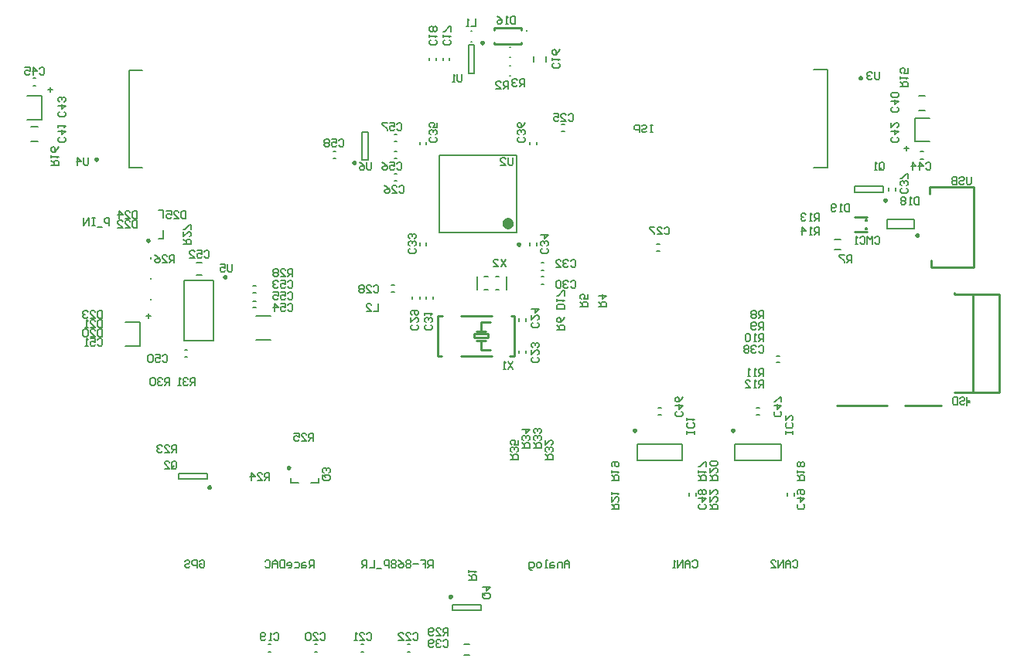
<source format=gbo>
%FSTAX23Y23*%
%MOIN*%
%SFA1B1*%

%IPPOS*%
%ADD12C,0.010000*%
%ADD79C,0.007000*%
%ADD80C,0.005905*%
%ADD132C,0.009843*%
%ADD133C,0.007874*%
%ADD134C,0.003937*%
%ADD135C,0.023622*%
%LNpcb_singleledrow-1*%
%LPD*%
G54D12*
X01945Y00786D02*
Y00815D01*
X01953Y0047D02*
X02135D01*
X01953D02*
Y005D01*
X01945Y00815D02*
X02135D01*
Y0047D02*
Y00815D01*
X02133Y00353D02*
X02244D01*
Y-0007D02*
Y00353D01*
X02133Y-0007D02*
X02244D01*
X02051Y00353D02*
Y00359D01*
Y00353D02*
X02133D01*
Y-0007D02*
Y00353D01*
X02051Y-0007D02*
X02133D01*
X01838Y-00129D02*
X01994D01*
X01547D02*
X01763D01*
X01621Y00621D02*
X01676D01*
X01621Y00687D02*
X01676D01*
X0007Y01501D02*
X00185D01*
X0007Y01431D02*
X00185D01*
Y01492D02*
Y01501D01*
X0007Y01492D02*
Y01501D01*
X00185Y01431D02*
Y0144D01*
X0007Y01431D02*
Y0144D01*
X00043Y00165D02*
Y00181D01*
X-00019Y00165D02*
X00043D01*
X-00019D02*
Y00181D01*
X00043*
X00011Y00114D02*
X00051D01*
X00011D02*
Y00153D01*
X-00007D02*
X00031D01*
X00011Y00192D02*
Y00232D01*
X-00007Y00192D02*
X00031D01*
X00011Y00232D02*
X00051D01*
X00137Y00086D02*
X00157D01*
Y00259*
X00141D02*
X00157D01*
X-00173Y00086D02*
X-00157D01*
X-00173D02*
Y00259D01*
X-00153*
X-00074D02*
X00059D01*
X-00074Y00086D02*
X00059D01*
G54D79*
X-00003Y00373D02*
Y0043D01*
X00122Y00373D02*
Y0043D01*
X00074Y00373D02*
X0009D01*
X00027D02*
X00043D01*
X00074Y0043D02*
X0009D01*
X00027D02*
X00043D01*
X00769Y00569D02*
X00781D01*
X00769Y0054D02*
X00781D01*
X01363Y-00517D02*
Y-00505D01*
X01333Y-00517D02*
Y-00505D01*
X00939Y-00517D02*
Y-00505D01*
X0091Y-00517D02*
Y-00505D01*
X01199Y-00137D02*
X01211D01*
X01199Y-00167D02*
X01211D01*
X00776Y-00137D02*
X00788D01*
X00776Y-00167D02*
X00788D01*
X01287Y00058D02*
X01299D01*
X01287Y00087D02*
X01299D01*
X01798Y008D02*
Y00812D01*
X01769Y008D02*
Y00812D01*
X01907Y00969D02*
X01919D01*
X01907Y00936D02*
X01919D01*
X01881Y01114D02*
X01944D01*
X01881Y01011D02*
X01944D01*
X01881D02*
Y01114D01*
X01844Y00974D02*
Y00994D01*
X01834Y00984D02*
X01854D01*
X01899Y01208D02*
X01927D01*
X01899Y01145D02*
X01927D01*
X-01927Y01012D02*
X-01899D01*
X-01927Y01075D02*
X-01899D01*
X-01944Y01107D02*
X-01881D01*
X-01944Y01209D02*
X-01881D01*
Y01107D02*
Y01209D01*
X-01844Y01227D02*
Y01247D01*
X-01854Y01237D02*
X-01834D01*
X-01919Y01251D02*
X-01907D01*
X-01919Y01285D02*
X-01907D01*
X00292Y01356D02*
Y01379D01*
X00239Y01356D02*
Y01379D01*
X00135Y0134D02*
X00139D01*
X00135Y01297D02*
X00139D01*
X00135Y01419D02*
X00139D01*
X00135Y01375D02*
X00139D01*
X-00031Y01444D02*
X-00027D01*
X-00031Y01488D02*
X-00027D01*
X-00123Y01362D02*
Y01374D01*
X-00152Y01362D02*
Y01374D01*
X-00182Y01362D02*
Y01374D01*
X-00211Y01362D02*
Y01374D01*
X0036Y01085D02*
X00372D01*
X0036Y01056D02*
X00372D01*
X00252Y00998D02*
Y01009D01*
X00223Y00998D02*
Y01009D01*
X-00252Y00998D02*
Y01009D01*
X-00223Y00998D02*
Y01009D01*
X00252Y00564D02*
Y00576D01*
X00223Y00564D02*
Y00576D01*
X-00252Y00564D02*
Y00576D01*
X-00223Y00564D02*
Y00576D01*
X00271Y00489D02*
X00283D01*
X00271Y00455D02*
X00283D01*
X00271Y0043D02*
X00283D01*
X00271Y00396D02*
X00283D01*
X00174Y00098D02*
Y0011D01*
X00207Y00098D02*
Y0011D01*
X00174Y00236D02*
Y00248D01*
X00207Y00236D02*
Y00248D01*
X-00225Y00332D02*
Y00344D01*
X-00195Y00332D02*
Y00344D01*
X-00286Y00332D02*
Y00344D01*
X-00252Y00332D02*
Y00344D01*
X-00374Y00394D02*
X-00362D01*
X-00374Y00361D02*
X-00362D01*
Y00841D02*
X-0035D01*
X-00362Y00871D02*
X-0035D01*
X-00362Y00969D02*
X-0035D01*
X-00362Y00939D02*
X-0035D01*
X-00362Y01014D02*
X-0035D01*
X-00362Y01044D02*
X-0035D01*
X-00625Y00969D02*
X-00614D01*
X-00625Y00939D02*
X-00614D01*
X-00957Y00156D02*
X-00894D01*
X-00957Y00258D02*
X-00894D01*
X-0097Y00324D02*
X-00958D01*
X-0097Y00295D02*
X-00958D01*
X-0097Y00388D02*
X-00958D01*
X-0097Y00359D02*
X-00958D01*
X-01216Y00435D02*
X-01192D01*
X-01216Y00488D02*
X-01192D01*
X-01265Y00113D02*
X-01253D01*
X-01265Y00083D02*
X-01253D01*
X-0143Y0026D02*
X-0141D01*
X-0142Y0025D02*
Y0027D01*
X-01457Y0013D02*
Y00233D01*
X-0152D02*
X-01457D01*
X-0152Y0013D02*
X-01457D01*
X-00061Y-01205D02*
X-00038D01*
X-00061Y-01156D02*
X-00038D01*
X-00305Y-01191D02*
X-00294D01*
X-00305Y-01158D02*
X-00294D01*
X-00505Y-01191D02*
X-00494D01*
X-00505Y-01158D02*
X-00494D01*
X-00705Y-01191D02*
X-00694D01*
X-00705Y-01158D02*
X-00694D01*
X-00905Y-01191D02*
X-00894D01*
X-00905Y-01158D02*
X-00894D01*
G54D80*
X-0004Y-0088D02*
X-00008D01*
Y-00864*
X-00013Y-00859*
X-00024*
X-00029Y-00864*
Y-0088*
Y-00869D02*
X-0004Y-00859D01*
Y-00848D02*
Y-00838D01*
Y-00843*
X-00008*
X-00013Y-00848*
X-0013Y-0112D02*
Y-01088D01*
X-00145*
X-0015Y-01093*
Y-01104*
X-00145Y-01109*
X-0013*
X-0014D02*
X-0015Y-0112D01*
X-00182D02*
X-00161D01*
X-00182Y-01099*
Y-01093*
X-00177Y-01088*
X-00166*
X-00161Y-01093*
X-00192Y-01114D02*
X-00198Y-0112D01*
X-00208*
X-00213Y-01114*
Y-01093*
X-00208Y-01088*
X-00198*
X-00192Y-01093*
Y-01099*
X-00198Y-01104*
X-00213*
X-0015Y-01143D02*
X-00145Y-01138D01*
X-00135*
X-0013Y-01143*
Y-01164*
X-00135Y-0117*
X-00145*
X-0015Y-01164*
X-00161Y-01143D02*
X-00166Y-01138D01*
X-00177*
X-00182Y-01143*
Y-01149*
X-00177Y-01154*
X-00171*
X-00177*
X-00182Y-01159*
Y-01164*
X-00177Y-0117*
X-00166*
X-00161Y-01164*
X-00192D02*
X-00198Y-0117D01*
X-00208*
X-00213Y-01164*
Y-01143*
X-00208Y-01138*
X-00198*
X-00192Y-01143*
Y-01149*
X-00198Y-01154*
X-00213*
X-0046Y00921D02*
Y00895D01*
X-00465Y0089*
X-00475*
X-0048Y00895*
Y00921*
X-00512D02*
X-00501Y00916D01*
X-00491Y00905*
Y00895*
X-00496Y0089*
X-00507*
X-00512Y00895*
Y009*
X-00507Y00905*
X-00491*
X-0106Y00481D02*
Y00455D01*
X-01065Y0045*
X-01075*
X-0108Y00455*
Y00481*
X-01112D02*
X-01091D01*
Y00465*
X-01101Y0047*
X-01107*
X-01112Y00465*
Y00455*
X-01107Y0045*
X-01096*
X-01091Y00455*
X-008Y0043D02*
Y00461D01*
X-00815*
X-0082Y00456*
Y00445*
X-00815Y0044*
X-008*
X-0081D02*
X-0082Y0043D01*
X-00852D02*
X-00831D01*
X-00852Y0045*
Y00456*
X-00847Y00461*
X-00836*
X-00831Y00456*
X-00862D02*
X-00868Y00461D01*
X-00878*
X-00883Y00456*
Y0045*
X-00878Y00445*
X-00883Y0044*
Y00435*
X-00878Y0043*
X-00868*
X-00862Y00435*
Y0044*
X-00868Y00445*
X-00862Y0045*
Y00456*
X-00868Y00445D02*
X-00878D01*
X-0127Y0057D02*
X-01238D01*
Y00585*
X-01243Y0059*
X-01254*
X-01259Y00585*
Y0057*
Y0058D02*
X-0127Y0059D01*
Y00622D02*
Y00601D01*
X-01249Y00622*
X-01243*
X-01238Y00617*
Y00606*
X-01243Y00601*
X-01238Y00632D02*
Y00653D01*
X-01243*
X-01264Y00632*
X-0127*
X-0131Y0049D02*
Y00521D01*
X-01325*
X-0133Y00516*
Y00505*
X-01325Y005*
X-0131*
X-0132D02*
X-0133Y0049D01*
X-01362D02*
X-01341D01*
X-01362Y0051*
Y00516*
X-01357Y00521*
X-01346*
X-01341Y00516*
X-01393Y00521D02*
X-01383Y00516D01*
X-01372Y00505*
Y00495*
X-01378Y0049*
X-01388*
X-01393Y00495*
Y005*
X-01388Y00505*
X-01372*
X-0126Y00711D02*
Y0068D01*
X-01275*
X-0128Y00685*
Y00706*
X-01275Y00711*
X-0126*
X-01312Y0068D02*
X-01291D01*
X-01312Y007*
Y00706*
X-01307Y00711*
X-01296*
X-01291Y00706*
X-01343Y00711D02*
X-01322D01*
Y00695*
X-01333Y007*
X-01338*
X-01343Y00695*
Y00685*
X-01338Y0068*
X-01328*
X-01322Y00685*
X-0147Y00711D02*
Y0068D01*
X-01485*
X-0149Y00685*
Y00706*
X-01485Y00711*
X-0147*
X-01522Y0068D02*
X-01501D01*
X-01522Y007*
Y00706*
X-01517Y00711*
X-01506*
X-01501Y00706*
X-01548Y0068D02*
Y00711D01*
X-01532Y00695*
X-01553*
X-0162Y00281D02*
Y0025D01*
X-01635*
X-0164Y00255*
Y00276*
X-01635Y00281*
X-0162*
X-01672Y0025D02*
X-01651D01*
X-01672Y0027*
Y00276*
X-01667Y00281*
X-01656*
X-01651Y00276*
X-01682D02*
X-01688Y00281D01*
X-01698*
X-01703Y00276*
Y0027*
X-01698Y00265*
X-01693*
X-01698*
X-01703Y0026*
Y00255*
X-01698Y0025*
X-01688*
X-01682Y00255*
X-0147Y00671D02*
Y0064D01*
X-01485*
X-0149Y00645*
Y00666*
X-01485Y00671*
X-0147*
X-01522Y0064D02*
X-01501D01*
X-01522Y0066*
Y00666*
X-01517Y00671*
X-01506*
X-01501Y00666*
X-01553Y0064D02*
X-01532D01*
X-01553Y0066*
Y00666*
X-01548Y00671*
X-01538*
X-01532Y00666*
X-0162Y00241D02*
Y0021D01*
X-01635*
X-0164Y00215*
Y00236*
X-01635Y00241*
X-0162*
X-01672Y0021D02*
X-01651D01*
X-01672Y0023*
Y00236*
X-01667Y00241*
X-01656*
X-01651Y00236*
X-01682Y0021D02*
X-01693D01*
X-01688*
Y00241*
X-01682Y00236*
X-0162Y00201D02*
Y0017D01*
X-01635*
X-0164Y00175*
Y00196*
X-01635Y00201*
X-0162*
X-01672Y0017D02*
X-01651D01*
X-01672Y0019*
Y00196*
X-01667Y00201*
X-01656*
X-01651Y00196*
X-01682D02*
X-01688Y00201D01*
X-01698*
X-01703Y00196*
Y00175*
X-01698Y0017*
X-01688*
X-01682Y00175*
Y00196*
X-0035Y01086D02*
X-00345Y01091D01*
X-00335*
X-0033Y01086*
Y01065*
X-00335Y0106*
X-00345*
X-0035Y01065*
X-00382Y01091D02*
X-00361D01*
Y01075*
X-00371Y0108*
X-00377*
X-00382Y01075*
Y01065*
X-00377Y0106*
X-00366*
X-00361Y01065*
X-00392Y01091D02*
X-00413D01*
Y01086*
X-00392Y01065*
Y0106*
X-0035Y00916D02*
X-00345Y00921D01*
X-00335*
X-0033Y00916*
Y00895*
X-00335Y0089*
X-00345*
X-0035Y00895*
X-00382Y00921D02*
X-00361D01*
Y00905*
X-00371Y0091*
X-00377*
X-00382Y00905*
Y00895*
X-00377Y0089*
X-00366*
X-00361Y00895*
X-00413Y00921D02*
X-00403Y00916D01*
X-00392Y00905*
Y00895*
X-00398Y0089*
X-00408*
X-00413Y00895*
Y009*
X-00408Y00905*
X-00392*
X-0082Y00356D02*
X-00815Y00361D01*
X-00805*
X-008Y00356*
Y00335*
X-00805Y0033*
X-00815*
X-0082Y00335*
X-00852Y00361D02*
X-00831D01*
Y00345*
X-00841Y0035*
X-00847*
X-00852Y00345*
Y00335*
X-00847Y0033*
X-00836*
X-00831Y00335*
X-00883Y00361D02*
X-00862D01*
Y00345*
X-00873Y0035*
X-00878*
X-00883Y00345*
Y00335*
X-00878Y0033*
X-00868*
X-00862Y00335*
X-0082Y00306D02*
X-00815Y00311D01*
X-00805*
X-008Y00306*
Y00285*
X-00805Y0028*
X-00815*
X-0082Y00285*
X-00852Y00311D02*
X-00831D01*
Y00295*
X-00841Y003*
X-00847*
X-00852Y00295*
Y00285*
X-00847Y0028*
X-00836*
X-00831Y00285*
X-00878Y0028D02*
Y00311D01*
X-00862Y00295*
X-00883*
X-0082Y00406D02*
X-00815Y00411D01*
X-00805*
X-008Y00406*
Y00385*
X-00805Y0038*
X-00815*
X-0082Y00385*
X-00852Y00411D02*
X-00831D01*
Y00395*
X-00841Y004*
X-00847*
X-00852Y00395*
Y00385*
X-00847Y0038*
X-00836*
X-00831Y00385*
X-00862Y00406D02*
X-00868Y00411D01*
X-00878*
X-00883Y00406*
Y004*
X-00878Y00395*
X-00873*
X-00878*
X-00883Y0039*
Y00385*
X-00878Y0038*
X-00868*
X-00862Y00385*
X-0118Y00536D02*
X-01175Y00541D01*
X-01165*
X-0116Y00536*
Y00515*
X-01165Y0051*
X-01175*
X-0118Y00515*
X-01212Y00541D02*
X-01191D01*
Y00525*
X-01201Y0053*
X-01207*
X-01212Y00525*
Y00515*
X-01207Y0051*
X-01196*
X-01191Y00515*
X-01243Y0051D02*
X-01222D01*
X-01243Y0053*
Y00536*
X-01238Y00541*
X-01228*
X-01222Y00536*
X-0164Y00156D02*
X-01635Y00161D01*
X-01625*
X-0162Y00156*
Y00135*
X-01625Y0013*
X-01635*
X-0164Y00135*
X-01672Y00161D02*
X-01651D01*
Y00145*
X-01661Y0015*
X-01667*
X-01672Y00145*
Y00135*
X-01667Y0013*
X-01656*
X-01651Y00135*
X-01682Y0013D02*
X-01693D01*
X-01688*
Y00161*
X-01682Y00156*
X02125Y00859D02*
Y00833D01*
X0212Y00827*
X0211*
X02104Y00833*
Y00859*
X02073Y00853D02*
X02078Y00859D01*
X02089*
X02094Y00853*
Y00848*
X02089Y00843*
X02078*
X02073Y00838*
Y00833*
X02078Y00827*
X02089*
X02094Y00833*
X02063Y00859D02*
Y00827D01*
X02047*
X02042Y00833*
Y00838*
X02047Y00843*
X02063*
X02047*
X02042Y00848*
Y00853*
X02047Y00859*
X02063*
X02118Y-00108D02*
X02107D01*
X02118Y-00113D02*
X02107D01*
Y-00092D02*
Y-00129D01*
X02076Y-00097D02*
X02081Y-00092D01*
X02091*
X02097Y-00097*
Y-00103*
X02091Y-00108*
X02081*
X02076Y-00113*
Y-00118*
X02081Y-00124*
X02091*
X02097Y-00118*
X02065Y-00092D02*
Y-00124D01*
X02049*
X02044Y-00118*
Y-00097*
X02049Y-00092*
X02065*
X0015Y00941D02*
Y00915D01*
X00144Y0091*
X00134*
X00129Y00915*
Y00941*
X00097Y0091D02*
X00118D01*
X00097Y0093*
Y00936*
X00102Y00941*
X00113*
X00118Y00936*
X00346Y0135D02*
X00351Y01345D01*
Y01335*
X00346Y0133*
X00325*
X0032Y01335*
Y01345*
X00325Y0135*
X0032Y01361D02*
Y01371D01*
Y01366*
X00351*
X00346Y01361*
X00351Y01408D02*
X00346Y01398D01*
X00335Y01387*
X00325*
X0032Y01392*
Y01403*
X00325Y01408*
X0033*
X00335Y01403*
Y01387*
X-00123Y0145D02*
X-00118Y01445D01*
Y01435*
X-00123Y0143*
X-00144*
X-0015Y01435*
Y01445*
X-00144Y0145*
X-0015Y01461D02*
Y01471D01*
Y01466*
X-00118*
X-00123Y01461*
X-00118Y01487D02*
Y01508D01*
X-00123*
X-00144Y01487*
X-0015*
X-00183Y0145D02*
X-00178Y01445D01*
Y01435*
X-00183Y0143*
X-00204*
X-0021Y01435*
Y01445*
X-00204Y0145*
X-0021Y01461D02*
Y01471D01*
Y01466*
X-00178*
X-00183Y01461*
Y01487D02*
X-00178Y01492D01*
Y01503*
X-00183Y01508*
X-00189*
X-00194Y01503*
X-00199Y01508*
X-00204*
X-0021Y01503*
Y01492*
X-00204Y01487*
X-00199*
X-00194Y01492*
X-00189Y01487*
X-00183*
X-00194Y01492D02*
Y01503D01*
X-0088Y-01113D02*
X-00875Y-01108D01*
X-00865*
X-0086Y-01113*
Y-01134*
X-00865Y-0114*
X-00875*
X-0088Y-01134*
X-00891Y-0114D02*
X-00901D01*
X-00896*
Y-01108*
X-00891Y-01113*
X-00917Y-01134D02*
X-00922Y-0114D01*
X-00933*
X-00938Y-01134*
Y-01113*
X-00933Y-01108*
X-00922*
X-00917Y-01113*
Y-01119*
X-00922Y-01124*
X-00938*
X-0068Y-01113D02*
X-00675Y-01108D01*
X-00665*
X-0066Y-01113*
Y-01134*
X-00665Y-0114*
X-00675*
X-0068Y-01134*
X-00712Y-0114D02*
X-00691D01*
X-00712Y-01119*
Y-01113*
X-00707Y-01108*
X-00696*
X-00691Y-01113*
X-00722D02*
X-00728Y-01108D01*
X-00738*
X-00743Y-01113*
Y-01134*
X-00738Y-0114*
X-00728*
X-00722Y-01134*
Y-01113*
X-0048D02*
X-00475Y-01108D01*
X-00465*
X-0046Y-01113*
Y-01134*
X-00465Y-0114*
X-00475*
X-0048Y-01134*
X-00512Y-0114D02*
X-00491D01*
X-00512Y-01119*
Y-01113*
X-00507Y-01108*
X-00496*
X-00491Y-01113*
X-00522Y-0114D02*
X-00533D01*
X-00528*
Y-01108*
X-00522Y-01113*
X-0028D02*
X-00275Y-01108D01*
X-00265*
X-0026Y-01113*
Y-01134*
X-00265Y-0114*
X-00275*
X-0028Y-01134*
X-00312Y-0114D02*
X-00291D01*
X-00312Y-01119*
Y-01113*
X-00307Y-01108*
X-00296*
X-00291Y-01113*
X-00343Y-0114D02*
X-00322D01*
X-00343Y-01119*
Y-01113*
X-00338Y-01108*
X-00328*
X-00322Y-01113*
X0016Y01551D02*
Y0152D01*
X00144*
X00139Y01525*
Y01546*
X00144Y01551*
X0016*
X00128Y0152D02*
X00118D01*
X00123*
Y01551*
X00128Y01546*
X00081Y01551D02*
X00091Y01546D01*
X00102Y01535*
Y01525*
X00097Y0152*
X00086*
X00081Y01525*
Y0153*
X00086Y01535*
X00102*
X-0001Y01541D02*
Y0151D01*
X-0003*
X-00041D02*
X-00051D01*
X-00046*
Y01541*
X-00041Y01536*
X0013Y0124D02*
Y01271D01*
X00114*
X00109Y01266*
Y01255*
X00114Y0125*
X0013*
X00119D02*
X00109Y0124D01*
X00077D02*
X00098D01*
X00077Y0126*
Y01266*
X00082Y01271*
X00093*
X00098Y01266*
X002Y0125D02*
Y01281D01*
X00184*
X00179Y01276*
Y01265*
X00184Y0126*
X002*
X00189D02*
X00179Y0125D01*
X00168Y01276D02*
X00163Y01281D01*
X00152*
X00147Y01276*
Y0127*
X00152Y01265*
X00158*
X00152*
X00147Y0126*
Y01255*
X00152Y0125*
X00163*
X00168Y01255*
X-0007Y01301D02*
Y01275D01*
X-00075Y0127*
X-00085*
X-0009Y01275*
Y01301*
X-00101Y0127D02*
X-00111D01*
X-00106*
Y01301*
X-00101Y01296*
X00256Y0008D02*
X00261Y00075D01*
Y00065*
X00256Y0006*
X00235*
X0023Y00065*
Y00075*
X00235Y0008*
X0023Y00112D02*
Y00091D01*
X0025Y00112*
X00256*
X00261Y00107*
Y00096*
X00256Y00091*
Y00122D02*
X00261Y00128D01*
Y00138*
X00256Y00143*
X0025*
X00245Y00138*
Y00133*
Y00138*
X0024Y00143*
X00235*
X0023Y00138*
Y00128*
X00235Y00122*
X00256Y0023D02*
X00261Y00225D01*
Y00215*
X00256Y0021*
X00235*
X0023Y00215*
Y00225*
X00235Y0023*
X0023Y00262D02*
Y00241D01*
X0025Y00262*
X00256*
X00261Y00257*
Y00246*
X00256Y00241*
X0023Y00288D02*
X00261D01*
X00245Y00272*
Y00293*
X00389Y01126D02*
X00394Y01131D01*
X00404*
X0041Y01126*
Y01105*
X00404Y011*
X00394*
X00389Y01105*
X00357Y011D02*
X00378D01*
X00357Y0112*
Y01126*
X00362Y01131*
X00373*
X00378Y01126*
X00326Y01131D02*
X00347D01*
Y01115*
X00336Y0112*
X00331*
X00326Y01115*
Y01105*
X00331Y011*
X00341*
X00347Y01105*
X-0034Y00816D02*
X-00335Y00821D01*
X-00325*
X-0032Y00816*
Y00795*
X-00325Y0079*
X-00335*
X-0034Y00795*
X-00372Y0079D02*
X-00351D01*
X-00372Y0081*
Y00816*
X-00367Y00821*
X-00356*
X-00351Y00816*
X-00403Y00821D02*
X-00393Y00816D01*
X-00382Y00805*
Y00795*
X-00388Y0079*
X-00398*
X-00403Y00795*
Y008*
X-00398Y00805*
X-00382*
X00802Y00637D02*
X00808Y00642D01*
X00818*
X00823Y00637*
Y00616*
X00818Y00611*
X00808*
X00802Y00616*
X00771Y00611D02*
X00792D01*
X00771Y00632*
Y00637*
X00776Y00642*
X00787*
X00792Y00637*
X0076Y00642D02*
X00739D01*
Y00637*
X0076Y00616*
Y00611*
X-0045Y00386D02*
X-00445Y00391D01*
X-00435*
X-0043Y00386*
Y00365*
X-00435Y0036*
X-00445*
X-0045Y00365*
X-00482Y0036D02*
X-00461D01*
X-00482Y0038*
Y00386*
X-00477Y00391*
X-00466*
X-00461Y00386*
X-00492D02*
X-00498Y00391D01*
X-00508*
X-00513Y00386*
Y0038*
X-00508Y00375*
X-00513Y0037*
Y00365*
X-00508Y0036*
X-00498*
X-00492Y00365*
Y0037*
X-00498Y00375*
X-00492Y0038*
Y00386*
X-00498Y00375D02*
X-00508D01*
X-00263Y0022D02*
X-00258Y00215D01*
Y00205*
X-00263Y002*
X-00284*
X-0029Y00205*
Y00215*
X-00284Y0022*
X-0029Y00252D02*
Y00231D01*
X-00269Y00252*
X-00263*
X-00258Y00247*
Y00236*
X-00263Y00231*
X-00284Y00262D02*
X-0029Y00268D01*
Y00278*
X-00284Y00283*
X-00263*
X-00258Y00278*
Y00268*
X-00263Y00262*
X-00269*
X-00274Y00268*
Y00283*
X00399Y00406D02*
X00404Y00411D01*
X00414*
X0042Y00406*
Y00385*
X00414Y0038*
X00404*
X00399Y00385*
X00388Y00406D02*
X00383Y00411D01*
X00372*
X00367Y00406*
Y004*
X00372Y00395*
X00378*
X00372*
X00367Y0039*
Y00385*
X00372Y0038*
X00383*
X00388Y00385*
X00357Y00406D02*
X00351Y00411D01*
X00341*
X00336Y00406*
Y00385*
X00341Y0038*
X00351*
X00357Y00385*
Y00406*
X-00203Y0022D02*
X-00198Y00215D01*
Y00205*
X-00203Y002*
X-00224*
X-0023Y00205*
Y00215*
X-00224Y0022*
X-00203Y00231D02*
X-00198Y00236D01*
Y00247*
X-00203Y00252*
X-00209*
X-00214Y00247*
Y00241*
Y00247*
X-00219Y00252*
X-00224*
X-0023Y00247*
Y00236*
X-00224Y00231*
X-0023Y00262D02*
Y00273D01*
Y00268*
X-00198*
X-00203Y00262*
X00399Y00496D02*
X00404Y00501D01*
X00414*
X0042Y00496*
Y00475*
X00414Y0047*
X00404*
X00399Y00475*
X00388Y00496D02*
X00383Y00501D01*
X00372*
X00367Y00496*
Y0049*
X00372Y00485*
X00378*
X00372*
X00367Y0048*
Y00475*
X00372Y0047*
X00383*
X00388Y00475*
X00336Y0047D02*
X00357D01*
X00336Y0049*
Y00496*
X00341Y00501*
X00351*
X00357Y00496*
X-00273Y0055D02*
X-00268Y00545D01*
Y00535*
X-00273Y0053*
X-00294*
X-003Y00535*
Y00545*
X-00294Y0055*
X-00273Y00561D02*
X-00268Y00566D01*
Y00577*
X-00273Y00582*
X-00279*
X-00284Y00577*
Y00571*
Y00577*
X-00289Y00582*
X-00294*
X-003Y00577*
Y00566*
X-00294Y00561*
X-00273Y00592D02*
X-00268Y00598D01*
Y00608*
X-00273Y00613*
X-00279*
X-00284Y00608*
Y00603*
Y00608*
X-00289Y00613*
X-00294*
X-003Y00608*
Y00598*
X-00294Y00592*
X00296Y0055D02*
X00301Y00545D01*
Y00535*
X00296Y0053*
X00275*
X0027Y00535*
Y00545*
X00275Y0055*
X00296Y00561D02*
X00301Y00566D01*
Y00577*
X00296Y00582*
X0029*
X00285Y00577*
Y00571*
Y00577*
X0028Y00582*
X00275*
X0027Y00577*
Y00566*
X00275Y00561*
X0027Y00608D02*
X00301D01*
X00285Y00592*
Y00613*
X-00183Y0103D02*
X-00178Y01025D01*
Y01015*
X-00183Y0101*
X-00204*
X-0021Y01015*
Y01025*
X-00204Y0103*
X-00183Y01041D02*
X-00178Y01046D01*
Y01057*
X-00183Y01062*
X-00189*
X-00194Y01057*
Y01051*
Y01057*
X-00199Y01062*
X-00204*
X-0021Y01057*
Y01046*
X-00204Y01041*
X-00178Y01093D02*
Y01072D01*
X-00194*
X-00189Y01083*
Y01088*
X-00194Y01093*
X-00204*
X-0021Y01088*
Y01078*
X-00204Y01072*
X00196Y0103D02*
X00201Y01025D01*
Y01015*
X00196Y0101*
X00175*
X0017Y01015*
Y01025*
X00175Y0103*
X00196Y01041D02*
X00201Y01046D01*
Y01057*
X00196Y01062*
X0019*
X00185Y01057*
Y01051*
Y01057*
X0018Y01062*
X00175*
X0017Y01057*
Y01046*
X00175Y01041*
X00201Y01093D02*
X00196Y01083D01*
X00185Y01072*
X00175*
X0017Y01078*
Y01088*
X00175Y01093*
X0018*
X00185Y01088*
Y01072*
X01846Y0081D02*
X01851Y00805D01*
Y00795*
X01846Y0079*
X01825*
X0182Y00795*
Y00805*
X01825Y0081*
X01846Y00821D02*
X01851Y00826D01*
Y00837*
X01846Y00842*
X0184*
X01835Y00837*
Y00831*
Y00837*
X0183Y00842*
X01825*
X0182Y00837*
Y00826*
X01825Y00821*
X01851Y00852D02*
Y00873D01*
X01846*
X01825Y00852*
X0182*
X01209Y00126D02*
X01214Y00131D01*
X01224*
X0123Y00126*
Y00105*
X01224Y001*
X01214*
X01209Y00105*
X01198Y00126D02*
X01193Y00131D01*
X01182*
X01177Y00126*
Y0012*
X01182Y00115*
X01188*
X01182*
X01177Y0011*
Y00105*
X01182Y001*
X01193*
X01198Y00105*
X01167Y00126D02*
X01161Y00131D01*
X01151*
X01146Y00126*
Y0012*
X01151Y00115*
X01146Y0011*
Y00105*
X01151Y001*
X01161*
X01167Y00105*
Y0011*
X01161Y00115*
X01167Y0012*
Y00126*
X01161Y00115D02*
X01151D01*
X01806Y0116D02*
X01811Y01155D01*
Y01145*
X01806Y0114*
X01785*
X0178Y01145*
Y01155*
X01785Y0116*
X0178Y01187D02*
X01811D01*
X01795Y01171*
Y01192*
X01806Y01202D02*
X01811Y01208D01*
Y01218*
X01806Y01223*
X01785*
X0178Y01218*
Y01208*
X01785Y01202*
X01806*
X-01783Y0103D02*
X-01778Y01025D01*
Y01015*
X-01783Y0101*
X-01804*
X-0181Y01015*
Y01025*
X-01804Y0103*
X-0181Y01057D02*
X-01778D01*
X-01794Y01041*
Y01062*
X-0181Y01072D02*
Y01083D01*
Y01078*
X-01778*
X-01783Y01072*
X01806Y0103D02*
X01811Y01025D01*
Y01015*
X01806Y0101*
X01785*
X0178Y01015*
Y01025*
X01785Y0103*
X0178Y01057D02*
X01811D01*
X01795Y01041*
Y01062*
X0178Y01093D02*
Y01072D01*
X018Y01093*
X01806*
X01811Y01088*
Y01078*
X01806Y01072*
X-01783Y0114D02*
X-01778Y01135D01*
Y01125*
X-01783Y0112*
X-01804*
X-0181Y01125*
Y01135*
X-01804Y0114*
X-0181Y01167D02*
X-01778D01*
X-01794Y01151*
Y01172*
X-01783Y01182D02*
X-01778Y01188D01*
Y01198*
X-01783Y01203*
X-01789*
X-01794Y01198*
Y01193*
Y01198*
X-01799Y01203*
X-01804*
X-0181Y01198*
Y01188*
X-01804Y01182*
X01929Y00916D02*
X01934Y00921D01*
X01944*
X0195Y00916*
Y00895*
X01944Y0089*
X01934*
X01929Y00895*
X01902Y0089D02*
Y00921D01*
X01918Y00905*
X01897*
X01871Y0089D02*
Y00921D01*
X01887Y00905*
X01866*
X-0189Y01326D02*
X-01885Y01331D01*
X-01875*
X-0187Y01326*
Y01305*
X-01875Y013*
X-01885*
X-0189Y01305*
X-01917Y013D02*
Y01331D01*
X-01901Y01315*
X-01922*
X-01953Y01331D02*
X-01932D01*
Y01315*
X-01943Y0132*
X-01948*
X-01953Y01315*
Y01305*
X-01948Y013*
X-01938*
X-01932Y01305*
X00876Y-00154D02*
X00881Y-00159D01*
Y-00169*
X00876Y-00175*
X00855*
X0085Y-00169*
Y-00159*
X00855Y-00154*
X0085Y-00127D02*
X00881D01*
X00865Y-00143*
Y-00122*
X00881Y-00091D02*
X00876Y-00101D01*
X00865Y-00112*
X00855*
X0085Y-00106*
Y-00096*
X00855Y-00091*
X0086*
X00865Y-00096*
Y-00112*
X01301Y-00154D02*
X01306Y-00159D01*
Y-00169*
X01301Y-00175*
X0128*
X01275Y-00169*
Y-00159*
X0128Y-00154*
X01275Y-00127D02*
X01306D01*
X0129Y-00143*
Y-00122*
X01306Y-00112D02*
Y-00091D01*
X01301*
X0128Y-00112*
X01275*
X00976Y-00554D02*
X00981Y-00559D01*
Y-00569*
X00976Y-00575*
X00955*
X0095Y-00569*
Y-00559*
X00955Y-00554*
X0095Y-00527D02*
X00981D01*
X00965Y-00543*
Y-00522*
X00976Y-00512D02*
X00981Y-00506D01*
Y-00496*
X00976Y-00491*
X0097*
X00965Y-00496*
X0096Y-00491*
X00955*
X0095Y-00496*
Y-00506*
X00955Y-00512*
X0096*
X00965Y-00506*
X0097Y-00512*
X00976*
X00965Y-00506D02*
Y-00496D01*
X01401Y-00554D02*
X01406Y-00559D01*
Y-00569*
X01401Y-00575*
X0138*
X01375Y-00569*
Y-00559*
X0138Y-00554*
X01375Y-00527D02*
X01406D01*
X0139Y-00543*
Y-00522*
X0138Y-00512D02*
X01375Y-00506D01*
Y-00496*
X0138Y-00491*
X01401*
X01406Y-00496*
Y-00506*
X01401Y-00512*
X01395*
X0139Y-00506*
Y-00491*
X01709Y00596D02*
X01714Y00601D01*
X01724*
X0173Y00596*
Y00575*
X01724Y0057*
X01714*
X01709Y00575*
X01698Y0057D02*
Y00601D01*
X01688Y0059*
X01677Y00601*
Y0057*
X01646Y00596D02*
X01651Y00601D01*
X01661*
X01667Y00596*
Y00575*
X01661Y0057*
X01651*
X01646Y00575*
X01635Y0057D02*
X01625D01*
X0163*
Y00601*
X01635Y00596*
X00371Y0029D02*
X0034D01*
Y00305*
X00345Y0031*
X00366*
X00371Y00305*
Y0029*
X0034Y00321D02*
Y00331D01*
Y00326*
X00371*
X00366Y00321*
X00371Y00347D02*
Y00368D01*
X00366*
X00345Y00347*
X0034*
X019Y00771D02*
Y0074D01*
X01884*
X01879Y00745*
Y00766*
X01884Y00771*
X019*
X01868Y0074D02*
X01858D01*
X01863*
Y00771*
X01868Y00766*
X01842D02*
X01837Y00771D01*
X01826*
X01821Y00766*
Y0076*
X01826Y00755*
X01821Y0075*
Y00745*
X01826Y0074*
X01837*
X01842Y00745*
Y0075*
X01837Y00755*
X01842Y0076*
Y00766*
X01837Y00755D02*
X01826D01*
X016Y00741D02*
Y0071D01*
X01584*
X01579Y00715*
Y00736*
X01584Y00741*
X016*
X01568Y0071D02*
X01558D01*
X01563*
Y00741*
X01568Y00736*
X01542Y00715D02*
X01537Y0071D01*
X01526*
X01521Y00715*
Y00736*
X01526Y00741*
X01537*
X01542Y00736*
Y0073*
X01537Y00725*
X01521*
X00931Y-0025D02*
Y-00239D01*
Y-00244*
X009*
Y-0025*
Y-00239*
X00926Y-00202D02*
X00931Y-00208D01*
Y-00218*
X00926Y-00223*
X00905*
X009Y-00218*
Y-00208*
X00905Y-00202*
X009Y-00192D02*
Y-00181D01*
Y-00187*
X00931*
X00926Y-00192*
X01356Y-0025D02*
Y-00239D01*
Y-00244*
X01325*
Y-0025*
Y-00239*
X01351Y-00202D02*
X01356Y-00208D01*
Y-00218*
X01351Y-00223*
X0133*
X01325Y-00218*
Y-00208*
X0133Y-00202*
X01325Y-00171D02*
Y-00192D01*
X01345Y-00171*
X01351*
X01356Y-00176*
Y-00187*
X01351Y-00192*
X-0043Y00311D02*
Y0028D01*
X-0045*
X-00482D02*
X-00461D01*
X-00482Y003*
Y00306*
X-00477Y00311*
X-00466*
X-00461Y00306*
X00751Y01083D02*
X00741D01*
X00746*
Y01052*
X00751*
X00741*
X00704Y01078D02*
X0071Y01083D01*
X0072*
X00725Y01078*
Y01073*
X0072Y01067*
X0071*
X00704Y01062*
Y01057*
X0071Y01052*
X0072*
X00725Y01057*
X00694Y01052D02*
Y01083D01*
X00678*
X00673Y01078*
Y01067*
X00678Y01062*
X00694*
X-01202Y-008D02*
X-01196Y-00795D01*
X-01186*
X-01181Y-008*
Y-00821*
X-01186Y-00826*
X-01196*
X-01202Y-00821*
Y-00811*
X-01191*
X-01212Y-00826D02*
Y-00795D01*
X-01228*
X-01233Y-008*
Y-00811*
X-01228Y-00816*
X-01212*
X-01265Y-008D02*
X-01259Y-00795D01*
X-01249*
X-01244Y-008*
Y-00805*
X-01249Y-00811*
X-01259*
X-01265Y-00816*
Y-00821*
X-01259Y-00826*
X-01249*
X-01244Y-00821*
X-00196Y-00826D02*
Y-00795D01*
X-00212*
X-00217Y-008*
Y-00811*
X-00212Y-00816*
X-00196*
X-00207D02*
X-00217Y-00826D01*
X-00249Y-00795D02*
X-00228D01*
Y-00811*
X-00238*
X-00228*
Y-00826*
X-00259Y-00811D02*
X-0028D01*
X-00291Y-008D02*
X-00296Y-00795D01*
X-00307*
X-00312Y-008*
Y-00805*
X-00307Y-00811*
X-00312Y-00816*
Y-00821*
X-00307Y-00826*
X-00296*
X-00291Y-00821*
Y-00816*
X-00296Y-00811*
X-00291Y-00805*
Y-008*
X-00296Y-00811D02*
X-00307D01*
X-00343Y-00795D02*
X-00333Y-008D01*
X-00322Y-00811*
Y-00821*
X-00328Y-00826*
X-00338*
X-00343Y-00821*
Y-00816*
X-00338Y-00811*
X-00322*
X-00354Y-008D02*
X-00359Y-00795D01*
X-0037*
X-00375Y-008*
Y-00805*
X-0037Y-00811*
X-00375Y-00816*
Y-00821*
X-0037Y-00826*
X-00359*
X-00354Y-00821*
Y-00816*
X-00359Y-00811*
X-00354Y-00805*
Y-008*
X-00359Y-00811D02*
X-0037D01*
X-00385Y-00826D02*
Y-00795D01*
X-00401*
X-00406Y-008*
Y-00811*
X-00401Y-00816*
X-00385*
X-00417Y-00832D02*
X-00438D01*
X-00448Y-00795D02*
Y-00826D01*
X-00469*
X-0048D02*
Y-00795D01*
X-00495*
X-00501Y-008*
Y-00811*
X-00495Y-00816*
X-0048*
X-0049D02*
X-00501Y-00826D01*
X00923Y-008D02*
X00929Y-00795D01*
X00939*
X00944Y-008*
Y-00821*
X00939Y-00826*
X00929*
X00923Y-00821*
X00913Y-00826D02*
Y-00805D01*
X00902Y-00795*
X00892Y-00805*
Y-00826*
Y-00811*
X00913*
X00881Y-00826D02*
Y-00795D01*
X0086Y-00826*
Y-00795*
X0085Y-00826D02*
X00839D01*
X00845*
Y-00795*
X0085Y-008*
X01356D02*
X01362Y-00795D01*
X01372*
X01377Y-008*
Y-00821*
X01372Y-00826*
X01362*
X01356Y-00821*
X01346Y-00826D02*
Y-00805D01*
X01335Y-00795*
X01325Y-00805*
Y-00826*
Y-00811*
X01346*
X01314Y-00826D02*
Y-00795D01*
X01293Y-00826*
Y-00795*
X01262Y-00826D02*
X01283D01*
X01262Y-00805*
Y-008*
X01267Y-00795*
X01278*
X01283Y-008*
X-00708Y-00826D02*
Y-00795D01*
X-00724*
X-00729Y-008*
Y-00811*
X-00724Y-00816*
X-00708*
X-00719D02*
X-00729Y-00826D01*
X-00745Y-00805D02*
X-00755D01*
X-00761Y-00811*
Y-00826*
X-00745*
X-0074Y-00821*
X-00745Y-00816*
X-00761*
X-00792Y-00805D02*
X-00776D01*
X-00771Y-00811*
Y-00821*
X-00776Y-00826*
X-00792*
X-00818D02*
X-00808D01*
X-00803Y-00821*
Y-00811*
X-00808Y-00805*
X-00818*
X-00824Y-00811*
Y-00816*
X-00803*
X-00834Y-00795D02*
Y-00826D01*
X-0085*
X-00855Y-00821*
Y-008*
X-0085Y-00795*
X-00834*
X-00866Y-00826D02*
Y-00805D01*
X-00876Y-00795*
X-00887Y-00805*
Y-00826*
Y-00811*
X-00866*
X-00918Y-008D02*
X-00913Y-00795D01*
X-00902*
X-00897Y-008*
Y-00821*
X-00902Y-00826*
X-00913*
X-00918Y-00821*
X01729Y00895D02*
Y00916D01*
X01734Y00921*
X01744*
X0175Y00916*
Y00895*
X01744Y0089*
X01734*
X01739Y009D02*
X01729Y0089D01*
X01734D02*
X01729Y00895D01*
X01718Y0089D02*
X01708D01*
X01713*
Y00921*
X01718Y00916*
X-0132Y-00394D02*
Y-00373D01*
X-01315Y-00368*
X-01305*
X-013Y-00373*
Y-00394*
X-01305Y-004*
X-01315*
X-0131Y-00389D02*
X-0132Y-004D01*
X-01315D02*
X-0132Y-00394D01*
X-01352Y-004D02*
X-01331D01*
X-01352Y-00379*
Y-00373*
X-01347Y-00368*
X-01336*
X-01331Y-00373*
X-00664Y-00429D02*
X-00643D01*
X-00638Y-00434*
Y-00444*
X-00643Y-0045*
X-00664*
X-0067Y-00444*
Y-00434*
X-00659Y-00439D02*
X-0067Y-00429D01*
Y-00434D02*
X-00664Y-00429D01*
X-00643Y-00418D02*
X-00638Y-00413D01*
Y-00402*
X-00643Y-00397*
X-00649*
X-00654Y-00402*
Y-00408*
Y-00402*
X-00659Y-00397*
X-00664*
X-0067Y-00402*
Y-00413*
X-00664Y-00418*
X0052Y003D02*
X00551D01*
Y00315*
X00546Y0032*
X00535*
X0053Y00315*
Y003*
Y0031D02*
X0052Y0032D01*
Y00347D02*
X00551D01*
X00535Y00331*
Y00352*
X0044Y003D02*
X00471D01*
Y00315*
X00466Y0032*
X00455*
X0045Y00315*
Y003*
Y0031D02*
X0044Y0032D01*
X00471Y00352D02*
Y00331D01*
X00455*
X0046Y00341*
Y00347*
X00455Y00352*
X00445*
X0044Y00347*
Y00336*
X00445Y00331*
X0034Y002D02*
X00371D01*
Y00215*
X00366Y0022*
X00355*
X0035Y00215*
Y002*
Y0021D02*
X0034Y0022D01*
X00371Y00252D02*
X00366Y00241D01*
X00355Y00231*
X00345*
X0034Y00236*
Y00247*
X00345Y00252*
X0035*
X00355Y00247*
Y00231*
X0161Y0049D02*
Y00521D01*
X01594*
X01589Y00516*
Y00505*
X01594Y005*
X0161*
X01599D02*
X01589Y0049D01*
X01578Y00521D02*
X01557D01*
Y00516*
X01578Y00495*
Y0049*
X0123Y0025D02*
Y00281D01*
X01214*
X01209Y00276*
Y00265*
X01214Y0026*
X0123*
X01219D02*
X01209Y0025D01*
X01198Y00276D02*
X01193Y00281D01*
X01182*
X01177Y00276*
Y0027*
X01182Y00265*
X01177Y0026*
Y00255*
X01182Y0025*
X01193*
X01198Y00255*
Y0026*
X01193Y00265*
X01198Y0027*
Y00276*
X01193Y00265D02*
X01182D01*
X0123Y002D02*
Y00231D01*
X01214*
X01209Y00226*
Y00215*
X01214Y0021*
X0123*
X01219D02*
X01209Y002D01*
X01198Y00205D02*
X01193Y002D01*
X01182*
X01177Y00205*
Y00226*
X01182Y00231*
X01193*
X01198Y00226*
Y0022*
X01193Y00215*
X01177*
X0123Y0015D02*
Y00181D01*
X01214*
X01209Y00176*
Y00165*
X01214Y0016*
X0123*
X01219D02*
X01209Y0015D01*
X01198D02*
X01188D01*
X01193*
Y00181*
X01198Y00176*
X01172D02*
X01167Y00181D01*
X01156*
X01151Y00176*
Y00155*
X01156Y0015*
X01167*
X01172Y00155*
Y00176*
X0123Y0D02*
Y00031D01*
X01214*
X01209Y00026*
Y00015*
X01214Y0001*
X0123*
X01219D02*
X01209Y0D01*
X01198D02*
X01188D01*
X01193*
Y00031*
X01198Y00026*
X01172Y0D02*
X01161D01*
X01167*
Y00031*
X01172Y00026*
X0123Y-0005D02*
Y-00018D01*
X01214*
X01209Y-00023*
Y-00034*
X01214Y-00039*
X0123*
X01219D02*
X01209Y-0005D01*
X01198D02*
X01188D01*
X01193*
Y-00018*
X01198Y-00023*
X01151Y-0005D02*
X01172D01*
X01151Y-00029*
Y-00023*
X01156Y-00018*
X01167*
X01172Y-00023*
X0147Y0067D02*
Y00701D01*
X01454*
X01449Y00696*
Y00685*
X01454Y0068*
X0147*
X01459D02*
X01449Y0067D01*
X01438D02*
X01428D01*
X01433*
Y00701*
X01438Y00696*
X01412D02*
X01407Y00701D01*
X01396*
X01391Y00696*
Y0069*
X01396Y00685*
X01401*
X01396*
X01391Y0068*
Y00675*
X01396Y0067*
X01407*
X01412Y00675*
X0147Y0061D02*
Y00641D01*
X01454*
X01449Y00636*
Y00625*
X01454Y0062*
X0147*
X01459D02*
X01449Y0061D01*
X01438D02*
X01428D01*
X01433*
Y00641*
X01438Y00636*
X01396Y0061D02*
Y00641D01*
X01412Y00625*
X01391*
X0182Y0125D02*
X01851D01*
Y01265*
X01846Y0127*
X01835*
X0183Y01265*
Y0125*
Y0126D02*
X0182Y0127D01*
Y01281D02*
Y01291D01*
Y01286*
X01851*
X01846Y01281*
X01851Y01328D02*
Y01307D01*
X01835*
X0184Y01318*
Y01323*
X01835Y01328*
X01825*
X0182Y01323*
Y01312*
X01825Y01307*
X-0184Y0091D02*
X-01808D01*
Y00925*
X-01813Y0093*
X-01824*
X-01829Y00925*
Y0091*
Y0092D02*
X-0184Y0093D01*
Y00941D02*
Y00951D01*
Y00946*
X-01808*
X-01813Y00941*
X-01808Y00988D02*
X-01813Y00978D01*
X-01824Y00967*
X-01834*
X-0184Y00972*
Y00983*
X-01834Y00988*
X-01829*
X-01824Y00983*
Y00967*
X0095Y-0045D02*
X00981D01*
Y-00434*
X00976Y-00429*
X00965*
X0096Y-00434*
Y-0045*
Y-00439D02*
X0095Y-00429D01*
Y-00418D02*
Y-00408D01*
Y-00413*
X00981*
X00976Y-00418*
X00981Y-00392D02*
Y-00371D01*
X00976*
X00955Y-00392*
X0095*
X01375Y-0045D02*
X01406D01*
Y-00434*
X01401Y-00429*
X0139*
X01385Y-00434*
Y-0045*
Y-00439D02*
X01375Y-00429D01*
Y-00418D02*
Y-00408D01*
Y-00413*
X01406*
X01401Y-00418*
Y-00392D02*
X01406Y-00387D01*
Y-00376*
X01401Y-00371*
X01395*
X0139Y-00376*
X01385Y-00371*
X0138*
X01375Y-00376*
Y-00387*
X0138Y-00392*
X01385*
X0139Y-00387*
X01395Y-00392*
X01401*
X0139Y-00387D02*
Y-00376D01*
X00575Y-0045D02*
X00606D01*
Y-00434*
X00601Y-00429*
X0059*
X00585Y-00434*
Y-0045*
Y-00439D02*
X00575Y-00429D01*
Y-00418D02*
Y-00408D01*
Y-00413*
X00606*
X00601Y-00418*
X0058Y-00392D02*
X00575Y-00387D01*
Y-00376*
X0058Y-00371*
X00601*
X00606Y-00376*
Y-00387*
X00601Y-00392*
X00595*
X0059Y-00387*
Y-00371*
X01Y-0045D02*
X01031D01*
Y-00434*
X01026Y-00429*
X01015*
X0101Y-00434*
Y-0045*
Y-00439D02*
X01Y-00429D01*
Y-00397D02*
Y-00418D01*
X0102Y-00397*
X01026*
X01031Y-00402*
Y-00413*
X01026Y-00418*
Y-00387D02*
X01031Y-00381D01*
Y-00371*
X01026Y-00366*
X01005*
X01Y-00371*
Y-00381*
X01005Y-00387*
X01026*
X00575Y-00575D02*
X00606D01*
Y-00559*
X00601Y-00554*
X0059*
X00585Y-00559*
Y-00575*
Y-00564D02*
X00575Y-00554D01*
Y-00522D02*
Y-00543D01*
X00595Y-00522*
X00601*
X00606Y-00527*
Y-00538*
X00601Y-00543*
X00575Y-00512D02*
Y-00501D01*
Y-00506*
X00606*
X00601Y-00512*
X01Y-00575D02*
X01031D01*
Y-00559*
X01026Y-00554*
X01015*
X0101Y-00559*
Y-00575*
Y-00564D02*
X01Y-00554D01*
Y-00522D02*
Y-00543D01*
X0102Y-00522*
X01026*
X01031Y-00527*
Y-00538*
X01026Y-00543*
X01Y-00491D02*
Y-00512D01*
X0102Y-00491*
X01026*
X01031Y-00496*
Y-00506*
X01026Y-00512*
X-013Y-0033D02*
Y-00298D01*
X-01315*
X-0132Y-00303*
Y-00314*
X-01315Y-00319*
X-013*
X-0131D02*
X-0132Y-0033D01*
X-01352D02*
X-01331D01*
X-01352Y-00309*
Y-00303*
X-01347Y-00298*
X-01336*
X-01331Y-00303*
X-01362D02*
X-01368Y-00298D01*
X-01378*
X-01383Y-00303*
Y-00309*
X-01378Y-00314*
X-01373*
X-01378*
X-01383Y-00319*
Y-00324*
X-01378Y-0033*
X-01368*
X-01362Y-00324*
X-009Y-0045D02*
Y-00418D01*
X-00915*
X-0092Y-00423*
Y-00434*
X-00915Y-00439*
X-009*
X-0091D02*
X-0092Y-0045D01*
X-00952D02*
X-00931D01*
X-00952Y-00429*
Y-00423*
X-00947Y-00418*
X-00936*
X-00931Y-00423*
X-00978Y-0045D02*
Y-00418D01*
X-00962Y-00434*
X-00983*
X-0071Y-0028D02*
Y-00248D01*
X-00725*
X-0073Y-00253*
Y-00264*
X-00725Y-00269*
X-0071*
X-0072D02*
X-0073Y-0028D01*
X-00762D02*
X-00741D01*
X-00762Y-00259*
Y-00253*
X-00757Y-00248*
X-00746*
X-00741Y-00253*
X-00793Y-00248D02*
X-00772D01*
Y-00264*
X-00783Y-00259*
X-00788*
X-00793Y-00264*
Y-00274*
X-00788Y-0028*
X-00778*
X-00772Y-00274*
X0173Y01311D02*
Y01285D01*
X01724Y0128*
X01714*
X01709Y01285*
Y01311*
X01698Y01306D02*
X01693Y01311D01*
X01682*
X01677Y01306*
Y013*
X01682Y01295*
X01688*
X01682*
X01677Y0129*
Y01285*
X01682Y0128*
X01693*
X01698Y01285*
X-0168Y00941D02*
Y00915D01*
X-01685Y0091*
X-01695*
X-017Y00915*
Y00941*
X-01727Y0091D02*
Y00941D01*
X-01711Y00925*
X-01732*
X0015Y00061D02*
X00129Y0003D01*
Y00061D02*
X0015Y0003D01*
X00118D02*
X00108D01*
X00113*
Y00061*
X00118Y00056*
X00119Y00504D02*
X00098Y00473D01*
Y00504D02*
X00119Y00473D01*
X00066D02*
X00087D01*
X00066Y00494*
Y00499*
X00071Y00504*
X00082*
X00087Y00499*
X-0159Y0065D02*
Y00681D01*
X-01605*
X-0161Y00676*
Y00665*
X-01605Y0066*
X-0159*
X-01621Y00644D02*
X-01642D01*
X-01652Y00681D02*
X-01663D01*
X-01658*
Y0065*
X-01652*
X-01663*
X-01679D02*
Y00681D01*
X-017Y0065*
Y00681*
X-006Y01016D02*
X-00595Y01021D01*
X-00585*
X-0058Y01016*
Y00995*
X-00585Y0099*
X-00595*
X-006Y00995*
X-00632Y01021D02*
X-00611D01*
Y01005*
X-00621Y0101*
X-00627*
X-00632Y01005*
Y00995*
X-00627Y0099*
X-00616*
X-00611Y00995*
X-00642Y01016D02*
X-00648Y01021D01*
X-00658*
X-00663Y01016*
Y0101*
X-00658Y01005*
X-00663Y01*
Y00995*
X-00658Y0099*
X-00648*
X-00642Y00995*
Y01*
X-00648Y01005*
X-00642Y0101*
Y01016*
X-00648Y01005D02*
X-00658D01*
X00393Y-00826D02*
Y-00805D01*
X00383Y-00795*
X00372Y-00805*
Y-00826*
Y-00811*
X00393*
X00362Y-00826D02*
Y-00805D01*
X00346*
X00341Y-00811*
Y-00826*
X00325Y-00805D02*
X00314D01*
X00309Y-00811*
Y-00826*
X00325*
X0033Y-00821*
X00325Y-00816*
X00309*
X00299Y-00826D02*
X00288D01*
X00293*
Y-00795*
X00299*
X00267Y-00826D02*
X00257D01*
X00252Y-00821*
Y-00811*
X00257Y-00805*
X00267*
X00273Y-00811*
Y-00821*
X00267Y-00826*
X00231Y-00837D02*
X00225D01*
X0022Y-00832*
Y-00805*
X00236*
X00241Y-00811*
Y-00821*
X00236Y-00826*
X0022*
X-0136Y00086D02*
X-01355Y00091D01*
X-01345*
X-0134Y00086*
Y00065*
X-01345Y0006*
X-01355*
X-0136Y00065*
X-01392Y00091D02*
X-01371D01*
Y00075*
X-01381Y0008*
X-01387*
X-01392Y00075*
Y00065*
X-01387Y0006*
X-01376*
X-01371Y00065*
X-01402Y00086D02*
X-01408Y00091D01*
X-01418*
X-01423Y00086*
Y00065*
X-01418Y0006*
X-01408*
X-01402Y00065*
Y00086*
X-0133Y-0004D02*
Y-00008D01*
X-01345*
X-0135Y-00013*
Y-00024*
X-01345Y-00029*
X-0133*
X-0134D02*
X-0135Y-0004D01*
X-01361Y-00013D02*
X-01366Y-00008D01*
X-01377*
X-01382Y-00013*
Y-00019*
X-01377Y-00024*
X-01371*
X-01377*
X-01382Y-00029*
Y-00034*
X-01377Y-0004*
X-01366*
X-01361Y-00034*
X-01392Y-00013D02*
X-01398Y-00008D01*
X-01408*
X-01413Y-00013*
Y-00034*
X-01408Y-0004*
X-01398*
X-01392Y-00034*
Y-00013*
X-0122Y-0004D02*
Y-00008D01*
X-01235*
X-0124Y-00013*
Y-00024*
X-01235Y-00029*
X-0122*
X-0123D02*
X-0124Y-0004D01*
X-01251Y-00013D02*
X-01256Y-00008D01*
X-01267*
X-01272Y-00013*
Y-00019*
X-01267Y-00024*
X-01261*
X-01267*
X-01272Y-00029*
Y-00034*
X-01267Y-0004*
X-01256*
X-01251Y-00034*
X-01282Y-0004D02*
X-01293D01*
X-01288*
Y-00008*
X-01282Y-00013*
X0029Y-0036D02*
X00321D01*
Y-00344*
X00316Y-00339*
X00305*
X003Y-00344*
Y-0036*
Y-00349D02*
X0029Y-00339D01*
X00316Y-00328D02*
X00321Y-00323D01*
Y-00312*
X00316Y-00307*
X0031*
X00305Y-00312*
Y-00318*
Y-00312*
X003Y-00307*
X00295*
X0029Y-00312*
Y-00323*
X00295Y-00328*
X0029Y-00276D02*
Y-00297D01*
X0031Y-00276*
X00316*
X00321Y-00281*
Y-00291*
X00316Y-00297*
X0024Y-0031D02*
X00271D01*
Y-00294*
X00266Y-00289*
X00255*
X0025Y-00294*
Y-0031*
Y-00299D02*
X0024Y-00289D01*
X00266Y-00278D02*
X00271Y-00273D01*
Y-00262*
X00266Y-00257*
X0026*
X00255Y-00262*
Y-00268*
Y-00262*
X0025Y-00257*
X00245*
X0024Y-00262*
Y-00273*
X00245Y-00278*
X00266Y-00247D02*
X00271Y-00241D01*
Y-00231*
X00266Y-00226*
X0026*
X00255Y-00231*
Y-00236*
Y-00231*
X0025Y-00226*
X00245*
X0024Y-00231*
Y-00241*
X00245Y-00247*
X0019Y-0031D02*
X00221D01*
Y-00294*
X00216Y-00289*
X00205*
X002Y-00294*
Y-0031*
Y-00299D02*
X0019Y-00289D01*
X00216Y-00278D02*
X00221Y-00273D01*
Y-00262*
X00216Y-00257*
X0021*
X00205Y-00262*
Y-00268*
Y-00262*
X002Y-00257*
X00195*
X0019Y-00262*
Y-00273*
X00195Y-00278*
X0019Y-00231D02*
X00221D01*
X00205Y-00247*
Y-00226*
X0014Y-0036D02*
X00171D01*
Y-00344*
X00166Y-00339*
X00155*
X0015Y-00344*
Y-0036*
Y-00349D02*
X0014Y-00339D01*
X00166Y-00328D02*
X00171Y-00323D01*
Y-00312*
X00166Y-00307*
X0016*
X00155Y-00312*
Y-00318*
Y-00312*
X0015Y-00307*
X00145*
X0014Y-00312*
Y-00323*
X00145Y-00328*
X00171Y-00276D02*
Y-00297D01*
X00155*
X0016Y-00286*
Y-00281*
X00155Y-00276*
X00145*
X0014Y-00281*
Y-00291*
X00145Y-00297*
X00025Y-00939D02*
X00046D01*
X00051Y-00944*
Y-00954*
X00046Y-0096*
X00025*
X0002Y-00954*
Y-00944*
X0003Y-00949D02*
X0002Y-00939D01*
Y-00944D02*
X00025Y-00939D01*
X0002Y-00912D02*
X00051D01*
X00035Y-00928*
Y-00907*
G54D132*
X00678Y-00235D02*
D01*
X00678Y-00234*
X00678Y-00234*
X00678Y-00234*
X00678Y-00233*
X00678Y-00233*
X00678Y-00233*
X00678Y-00232*
X00678Y-00232*
X00677Y-00232*
X00677Y-00232*
X00677Y-00231*
X00677Y-00231*
X00677Y-00231*
X00676Y-00231*
X00676Y-0023*
X00676Y-0023*
X00675Y-0023*
X00675Y-0023*
X00675Y-0023*
X00674Y-0023*
X00674Y-0023*
X00674Y-0023*
X00673*
X00673Y-0023*
X00673Y-0023*
X00672Y-0023*
X00672Y-0023*
X00672Y-0023*
X00671Y-0023*
X00671Y-0023*
X00671Y-00231*
X0067Y-00231*
X0067Y-00231*
X0067Y-00231*
X0067Y-00232*
X0067Y-00232*
X00669Y-00232*
X00669Y-00232*
X00669Y-00233*
X00669Y-00233*
X00669Y-00233*
X00669Y-00234*
X00669Y-00234*
X00669Y-00234*
X00669Y-00235*
X00669Y-00235*
X00669Y-00235*
X00669Y-00236*
X00669Y-00236*
X00669Y-00236*
X00669Y-00237*
X00669Y-00237*
X00669Y-00237*
X0067Y-00238*
X0067Y-00238*
X0067Y-00238*
X0067Y-00238*
X0067Y-00239*
X00671Y-00239*
X00671Y-00239*
X00671Y-00239*
X00672Y-00239*
X00672Y-00239*
X00672Y-0024*
X00673Y-0024*
X00673Y-0024*
X00673Y-0024*
X00674*
X00674Y-0024*
X00674Y-0024*
X00675Y-0024*
X00675Y-00239*
X00675Y-00239*
X00676Y-00239*
X00676Y-00239*
X00676Y-00239*
X00677Y-00239*
X00677Y-00238*
X00677Y-00238*
X00677Y-00238*
X00677Y-00238*
X00678Y-00237*
X00678Y-00237*
X00678Y-00237*
X00678Y-00236*
X00678Y-00236*
X00678Y-00236*
X00678Y-00235*
X00678Y-00235*
X00678Y-00235*
X01102D02*
D01*
X01102Y-00234*
X01102Y-00234*
X01102Y-00234*
X01101Y-00233*
X01101Y-00233*
X01101Y-00233*
X01101Y-00232*
X01101Y-00232*
X01101Y-00232*
X01101Y-00232*
X011Y-00231*
X011Y-00231*
X011Y-00231*
X01099Y-00231*
X01099Y-0023*
X01099Y-0023*
X01099Y-0023*
X01098Y-0023*
X01098Y-0023*
X01098Y-0023*
X01097Y-0023*
X01097Y-0023*
X01097*
X01096Y-0023*
X01096Y-0023*
X01096Y-0023*
X01095Y-0023*
X01095Y-0023*
X01095Y-0023*
X01094Y-0023*
X01094Y-00231*
X01094Y-00231*
X01093Y-00231*
X01093Y-00231*
X01093Y-00232*
X01093Y-00232*
X01093Y-00232*
X01092Y-00232*
X01092Y-00233*
X01092Y-00233*
X01092Y-00233*
X01092Y-00234*
X01092Y-00234*
X01092Y-00234*
X01092Y-00235*
X01092Y-00235*
X01092Y-00235*
X01092Y-00236*
X01092Y-00236*
X01092Y-00236*
X01092Y-00237*
X01092Y-00237*
X01093Y-00237*
X01093Y-00238*
X01093Y-00238*
X01093Y-00238*
X01093Y-00238*
X01094Y-00239*
X01094Y-00239*
X01094Y-00239*
X01095Y-00239*
X01095Y-00239*
X01095Y-00239*
X01096Y-0024*
X01096Y-0024*
X01096Y-0024*
X01097Y-0024*
X01097*
X01097Y-0024*
X01098Y-0024*
X01098Y-0024*
X01098Y-00239*
X01099Y-00239*
X01099Y-00239*
X01099Y-00239*
X01099Y-00239*
X011Y-00239*
X011Y-00238*
X011Y-00238*
X01101Y-00238*
X01101Y-00238*
X01101Y-00237*
X01101Y-00237*
X01101Y-00237*
X01101Y-00236*
X01101Y-00236*
X01102Y-00236*
X01102Y-00235*
X01102Y-00235*
X01102Y-00235*
X01897Y00607D02*
D01*
X01897Y00607*
X01897Y00607*
X01897Y00608*
X01897Y00608*
X01897Y00608*
X01897Y00609*
X01897Y00609*
X01896Y00609*
X01896Y0061*
X01896Y0061*
X01896Y0061*
X01896Y0061*
X01895Y00611*
X01895Y00611*
X01895Y00611*
X01894Y00611*
X01894Y00611*
X01894Y00611*
X01893Y00612*
X01893Y00612*
X01893Y00612*
X01892Y00612*
X01892*
X01892Y00612*
X01891Y00612*
X01891Y00612*
X01891Y00611*
X0189Y00611*
X0189Y00611*
X0189Y00611*
X01889Y00611*
X01889Y00611*
X01889Y0061*
X01889Y0061*
X01888Y0061*
X01888Y0061*
X01888Y00609*
X01888Y00609*
X01888Y00609*
X01888Y00608*
X01887Y00608*
X01887Y00608*
X01887Y00607*
X01887Y00607*
X01887Y00607*
X01887Y00606*
X01887Y00606*
X01887Y00606*
X01887Y00605*
X01888Y00605*
X01888Y00605*
X01888Y00604*
X01888Y00604*
X01888Y00604*
X01888Y00604*
X01889Y00603*
X01889Y00603*
X01889Y00603*
X01889Y00603*
X0189Y00603*
X0189Y00602*
X0189Y00602*
X01891Y00602*
X01891Y00602*
X01891Y00602*
X01892Y00602*
X01892Y00602*
X01892*
X01893Y00602*
X01893Y00602*
X01893Y00602*
X01894Y00602*
X01894Y00602*
X01894Y00602*
X01895Y00603*
X01895Y00603*
X01895Y00603*
X01896Y00603*
X01896Y00603*
X01896Y00604*
X01896Y00604*
X01896Y00604*
X01897Y00604*
X01897Y00605*
X01897Y00605*
X01897Y00605*
X01897Y00606*
X01897Y00606*
X01897Y00606*
X01897Y00607*
X0176Y00759D02*
D01*
X01759Y00759*
X01759Y00759*
X01759Y0076*
X01759Y0076*
X01759Y0076*
X01759Y00761*
X01759Y00761*
X01759Y00761*
X01759Y00762*
X01758Y00762*
X01758Y00762*
X01758Y00762*
X01758Y00763*
X01757Y00763*
X01757Y00763*
X01757Y00763*
X01756Y00763*
X01756Y00763*
X01756Y00764*
X01755Y00764*
X01755Y00764*
X01755Y00764*
X01754*
X01754Y00764*
X01754Y00764*
X01753Y00764*
X01753Y00763*
X01753Y00763*
X01752Y00763*
X01752Y00763*
X01752Y00763*
X01752Y00763*
X01751Y00762*
X01751Y00762*
X01751Y00762*
X01751Y00762*
X0175Y00761*
X0175Y00761*
X0175Y00761*
X0175Y0076*
X0175Y0076*
X0175Y0076*
X0175Y00759*
X0175Y00759*
X0175Y00759*
X0175Y00758*
X0175Y00758*
X0175Y00758*
X0175Y00757*
X0175Y00757*
X0175Y00757*
X0175Y00756*
X0175Y00756*
X01751Y00756*
X01751Y00756*
X01751Y00755*
X01751Y00755*
X01752Y00755*
X01752Y00755*
X01752Y00754*
X01752Y00754*
X01753Y00754*
X01753Y00754*
X01753Y00754*
X01754Y00754*
X01754Y00754*
X01754Y00754*
X01755*
X01755Y00754*
X01755Y00754*
X01756Y00754*
X01756Y00754*
X01756Y00754*
X01757Y00754*
X01757Y00754*
X01757Y00755*
X01758Y00755*
X01758Y00755*
X01758Y00755*
X01758Y00756*
X01759Y00756*
X01759Y00756*
X01759Y00756*
X01759Y00757*
X01759Y00757*
X01759Y00757*
X01759Y00758*
X01759Y00758*
X01759Y00758*
X0176Y00759*
X01651Y01286D02*
D01*
X01651Y01286*
X01651Y01287*
X01651Y01287*
X01651Y01287*
X01651Y01288*
X01651Y01288*
X0165Y01288*
X0165Y01289*
X0165Y01289*
X0165Y01289*
X0165Y01289*
X01649Y0129*
X01649Y0129*
X01649Y0129*
X01649Y0129*
X01648Y0129*
X01648Y0129*
X01648Y01291*
X01647Y01291*
X01647Y01291*
X01647Y01291*
X01646Y01291*
X01646*
X01646Y01291*
X01645Y01291*
X01645Y01291*
X01645Y01291*
X01644Y0129*
X01644Y0129*
X01644Y0129*
X01643Y0129*
X01643Y0129*
X01643Y0129*
X01643Y01289*
X01642Y01289*
X01642Y01289*
X01642Y01289*
X01642Y01288*
X01642Y01288*
X01642Y01288*
X01641Y01287*
X01641Y01287*
X01641Y01287*
X01641Y01286*
X01641Y01286*
X01641Y01286*
X01641Y01285*
X01641Y01285*
X01641Y01285*
X01642Y01284*
X01642Y01284*
X01642Y01284*
X01642Y01283*
X01642Y01283*
X01642Y01283*
X01643Y01282*
X01643Y01282*
X01643Y01282*
X01643Y01282*
X01644Y01282*
X01644Y01281*
X01644Y01281*
X01645Y01281*
X01645Y01281*
X01645Y01281*
X01646Y01281*
X01646Y01281*
X01646*
X01647Y01281*
X01647Y01281*
X01647Y01281*
X01648Y01281*
X01648Y01281*
X01648Y01281*
X01649Y01282*
X01649Y01282*
X01649Y01282*
X01649Y01282*
X0165Y01282*
X0165Y01283*
X0165Y01283*
X0165Y01283*
X0165Y01284*
X01651Y01284*
X01651Y01284*
X01651Y01285*
X01651Y01285*
X01651Y01285*
X01651Y01286*
X01651Y01286*
X-01641Y00935D02*
D01*
X-01641Y00935*
X-01641Y00935*
X-01641Y00936*
X-01641Y00936*
X-01642Y00936*
X-01642Y00937*
X-01642Y00937*
X-01642Y00937*
X-01642Y00937*
X-01642Y00938*
X-01643Y00938*
X-01643Y00938*
X-01643Y00938*
X-01643Y00939*
X-01644Y00939*
X-01644Y00939*
X-01644Y00939*
X-01645Y00939*
X-01645Y00939*
X-01645Y00939*
X-01646Y00939*
X-01646Y00939*
X-01646*
X-01647Y00939*
X-01647Y00939*
X-01647Y00939*
X-01648Y00939*
X-01648Y00939*
X-01648Y00939*
X-01649Y00939*
X-01649Y00939*
X-01649Y00938*
X-01649Y00938*
X-0165Y00938*
X-0165Y00938*
X-0165Y00937*
X-0165Y00937*
X-0165Y00937*
X-01651Y00937*
X-01651Y00936*
X-01651Y00936*
X-01651Y00936*
X-01651Y00935*
X-01651Y00935*
X-01651Y00935*
X-01651Y00934*
X-01651Y00934*
X-01651Y00934*
X-01651Y00933*
X-01651Y00933*
X-01651Y00933*
X-0165Y00932*
X-0165Y00932*
X-0165Y00932*
X-0165Y00931*
X-0165Y00931*
X-01649Y00931*
X-01649Y00931*
X-01649Y0093*
X-01649Y0093*
X-01648Y0093*
X-01648Y0093*
X-01648Y0093*
X-01647Y0093*
X-01647Y0093*
X-01647Y0093*
X-01646Y0093*
X-01646*
X-01646Y0093*
X-01645Y0093*
X-01645Y0093*
X-01645Y0093*
X-01644Y0093*
X-01644Y0093*
X-01644Y0093*
X-01643Y0093*
X-01643Y00931*
X-01643Y00931*
X-01643Y00931*
X-01642Y00931*
X-01642Y00932*
X-01642Y00932*
X-01642Y00932*
X-01642Y00933*
X-01642Y00933*
X-01641Y00933*
X-01641Y00934*
X-01641Y00934*
X-01641Y00934*
X-01641Y00935*
X00022Y01438D02*
D01*
X00022Y01439*
X00022Y01439*
X00022Y01439*
X00022Y0144*
X00022Y0144*
X00022Y0144*
X00022Y01441*
X00021Y01441*
X00021Y01441*
X00021Y01442*
X00021Y01442*
X00021Y01442*
X0002Y01442*
X0002Y01443*
X0002Y01443*
X00019Y01443*
X00019Y01443*
X00019Y01443*
X00018Y01443*
X00018Y01443*
X00018Y01443*
X00017Y01443*
X00017*
X00017Y01443*
X00016Y01443*
X00016Y01443*
X00016Y01443*
X00015Y01443*
X00015Y01443*
X00015Y01443*
X00014Y01443*
X00014Y01442*
X00014Y01442*
X00014Y01442*
X00013Y01442*
X00013Y01441*
X00013Y01441*
X00013Y01441*
X00013Y0144*
X00013Y0144*
X00012Y0144*
X00012Y01439*
X00012Y01439*
X00012Y01439*
X00012Y01438*
X00012Y01438*
X00012Y01438*
X00012Y01437*
X00012Y01437*
X00013Y01437*
X00013Y01436*
X00013Y01436*
X00013Y01436*
X00013Y01436*
X00013Y01435*
X00014Y01435*
X00014Y01435*
X00014Y01435*
X00014Y01434*
X00015Y01434*
X00015Y01434*
X00015Y01434*
X00016Y01434*
X00016Y01434*
X00016Y01434*
X00017Y01434*
X00017Y01434*
X00017*
X00018Y01434*
X00018Y01434*
X00018Y01434*
X00019Y01434*
X00019Y01434*
X00019Y01434*
X0002Y01434*
X0002Y01434*
X0002Y01435*
X00021Y01435*
X00021Y01435*
X00021Y01435*
X00021Y01436*
X00021Y01436*
X00022Y01436*
X00022Y01436*
X00022Y01437*
X00022Y01437*
X00022Y01437*
X00022Y01438*
X00022Y01438*
X00022Y01438*
X0018Y00568D02*
D01*
X0018Y00569*
X0018Y00569*
X0018Y00569*
X00179Y0057*
X00179Y0057*
X00179Y0057*
X00179Y00571*
X00179Y00571*
X00179Y00571*
X00178Y00572*
X00178Y00572*
X00178Y00572*
X00178Y00572*
X00177Y00572*
X00177Y00573*
X00177Y00573*
X00177Y00573*
X00176Y00573*
X00176Y00573*
X00176Y00573*
X00175Y00573*
X00175Y00573*
X00175*
X00174Y00573*
X00174Y00573*
X00174Y00573*
X00173Y00573*
X00173Y00573*
X00173Y00573*
X00172Y00573*
X00172Y00572*
X00172Y00572*
X00171Y00572*
X00171Y00572*
X00171Y00572*
X00171Y00571*
X00171Y00571*
X0017Y00571*
X0017Y0057*
X0017Y0057*
X0017Y0057*
X0017Y00569*
X0017Y00569*
X0017Y00569*
X0017Y00568*
X0017Y00568*
X0017Y00568*
X0017Y00567*
X0017Y00567*
X0017Y00567*
X0017Y00566*
X0017Y00566*
X00171Y00566*
X00171Y00566*
X00171Y00565*
X00171Y00565*
X00171Y00565*
X00172Y00565*
X00172Y00564*
X00172Y00564*
X00173Y00564*
X00173Y00564*
X00173Y00564*
X00174Y00564*
X00174Y00564*
X00174Y00564*
X00175Y00563*
X00175*
X00175Y00564*
X00176Y00564*
X00176Y00564*
X00176Y00564*
X00177Y00564*
X00177Y00564*
X00177Y00564*
X00177Y00564*
X00178Y00565*
X00178Y00565*
X00178Y00565*
X00178Y00565*
X00179Y00566*
X00179Y00566*
X00179Y00566*
X00179Y00566*
X00179Y00567*
X00179Y00567*
X0018Y00567*
X0018Y00568*
X0018Y00568*
X0018Y00568*
X-0053Y00921D02*
D01*
X-0053Y00921*
X-0053Y00921*
X-0053Y00922*
X-0053Y00922*
X-0053Y00922*
X-0053Y00923*
X-00531Y00923*
X-00531Y00923*
X-00531Y00924*
X-00531Y00924*
X-00531Y00924*
X-00532Y00924*
X-00532Y00925*
X-00532Y00925*
X-00532Y00925*
X-00533Y00925*
X-00533Y00925*
X-00533Y00925*
X-00534Y00926*
X-00534Y00926*
X-00534Y00926*
X-00535Y00926*
X-00535*
X-00535Y00926*
X-00536Y00926*
X-00536Y00926*
X-00536Y00925*
X-00537Y00925*
X-00537Y00925*
X-00537Y00925*
X-00538Y00925*
X-00538Y00925*
X-00538Y00924*
X-00538Y00924*
X-00539Y00924*
X-00539Y00924*
X-00539Y00923*
X-00539Y00923*
X-00539Y00923*
X-0054Y00922*
X-0054Y00922*
X-0054Y00922*
X-0054Y00921*
X-0054Y00921*
X-0054Y00921*
X-0054Y0092*
X-0054Y0092*
X-0054Y0092*
X-0054Y00919*
X-0054Y00919*
X-00539Y00919*
X-00539Y00918*
X-00539Y00918*
X-00539Y00918*
X-00539Y00918*
X-00538Y00917*
X-00538Y00917*
X-00538Y00917*
X-00538Y00917*
X-00537Y00916*
X-00537Y00916*
X-00537Y00916*
X-00536Y00916*
X-00536Y00916*
X-00536Y00916*
X-00535Y00916*
X-00535Y00916*
X-00535*
X-00534Y00916*
X-00534Y00916*
X-00534Y00916*
X-00533Y00916*
X-00533Y00916*
X-00533Y00916*
X-00532Y00916*
X-00532Y00917*
X-00532Y00917*
X-00532Y00917*
X-00531Y00917*
X-00531Y00918*
X-00531Y00918*
X-00531Y00918*
X-00531Y00918*
X-0053Y00919*
X-0053Y00919*
X-0053Y00919*
X-0053Y0092*
X-0053Y0092*
X-0053Y0092*
X-0053Y00921*
X-01087Y00428D02*
D01*
X-01087Y00428*
X-01087Y00428*
X-01087Y00429*
X-01087Y00429*
X-01087Y00429*
X-01088Y0043*
X-01088Y0043*
X-01088Y0043*
X-01088Y00431*
X-01088Y00431*
X-01088Y00431*
X-01089Y00431*
X-01089Y00432*
X-01089Y00432*
X-0109Y00432*
X-0109Y00432*
X-0109Y00432*
X-0109Y00432*
X-01091Y00432*
X-01091Y00432*
X-01092Y00433*
X-01092Y00433*
X-01092*
X-01093Y00433*
X-01093Y00432*
X-01093Y00432*
X-01094Y00432*
X-01094Y00432*
X-01094Y00432*
X-01094Y00432*
X-01095Y00432*
X-01095Y00432*
X-01095Y00431*
X-01096Y00431*
X-01096Y00431*
X-01096Y00431*
X-01096Y0043*
X-01096Y0043*
X-01097Y0043*
X-01097Y00429*
X-01097Y00429*
X-01097Y00429*
X-01097Y00428*
X-01097Y00428*
X-01097Y00428*
X-01097Y00427*
X-01097Y00427*
X-01097Y00427*
X-01097Y00426*
X-01097Y00426*
X-01097Y00426*
X-01096Y00425*
X-01096Y00425*
X-01096Y00425*
X-01096Y00424*
X-01096Y00424*
X-01095Y00424*
X-01095Y00424*
X-01095Y00424*
X-01094Y00423*
X-01094Y00423*
X-01094Y00423*
X-01094Y00423*
X-01093Y00423*
X-01093Y00423*
X-01093Y00423*
X-01092Y00423*
X-01092*
X-01092Y00423*
X-01091Y00423*
X-01091Y00423*
X-0109Y00423*
X-0109Y00423*
X-0109Y00423*
X-0109Y00423*
X-01089Y00424*
X-01089Y00424*
X-01089Y00424*
X-01088Y00424*
X-01088Y00424*
X-01088Y00425*
X-01088Y00425*
X-01088Y00425*
X-01088Y00426*
X-01087Y00426*
X-01087Y00426*
X-01087Y00427*
X-01087Y00427*
X-01087Y00427*
X-01087Y00428*
X-01419Y00585D02*
D01*
X-01419Y00585*
X-01419Y00586*
X-01419Y00586*
X-01419Y00586*
X-01419Y00587*
X-01419Y00587*
X-01419Y00587*
X-0142Y00588*
X-0142Y00588*
X-0142Y00588*
X-0142Y00589*
X-0142Y00589*
X-01421Y00589*
X-01421Y00589*
X-01421Y00589*
X-01422Y0059*
X-01422Y0059*
X-01422Y0059*
X-01423Y0059*
X-01423Y0059*
X-01423Y0059*
X-01424Y0059*
X-01424*
X-01424Y0059*
X-01425Y0059*
X-01425Y0059*
X-01425Y0059*
X-01426Y0059*
X-01426Y0059*
X-01426Y00589*
X-01426Y00589*
X-01427Y00589*
X-01427Y00589*
X-01427Y00589*
X-01427Y00588*
X-01428Y00588*
X-01428Y00588*
X-01428Y00587*
X-01428Y00587*
X-01428Y00587*
X-01428Y00586*
X-01429Y00586*
X-01429Y00586*
X-01429Y00585*
X-01429Y00585*
X-01429Y00585*
X-01429Y00584*
X-01429Y00584*
X-01428Y00584*
X-01428Y00583*
X-01428Y00583*
X-01428Y00583*
X-01428Y00583*
X-01428Y00582*
X-01427Y00582*
X-01427Y00582*
X-01427Y00581*
X-01427Y00581*
X-01426Y00581*
X-01426Y00581*
X-01426Y00581*
X-01426Y00581*
X-01425Y0058*
X-01425Y0058*
X-01425Y0058*
X-01424Y0058*
X-01424Y0058*
X-01424*
X-01423Y0058*
X-01423Y0058*
X-01423Y0058*
X-01422Y0058*
X-01422Y00581*
X-01422Y00581*
X-01421Y00581*
X-01421Y00581*
X-01421Y00581*
X-0142Y00581*
X-0142Y00582*
X-0142Y00582*
X-0142Y00582*
X-0142Y00583*
X-01419Y00583*
X-01419Y00583*
X-01419Y00583*
X-01419Y00584*
X-01419Y00584*
X-01419Y00584*
X-01419Y00585*
X-01419Y00585*
X-01154Y-0048D02*
D01*
X-01154Y-00479*
X-01154Y-00479*
X-01154Y-00479*
X-01154Y-00478*
X-01154Y-00478*
X-01154Y-00478*
X-01155Y-00478*
X-01155Y-00477*
X-01155Y-00477*
X-01155Y-00477*
X-01155Y-00476*
X-01156Y-00476*
X-01156Y-00476*
X-01156Y-00476*
X-01156Y-00476*
X-01157Y-00475*
X-01157Y-00475*
X-01157Y-00475*
X-01158Y-00475*
X-01158Y-00475*
X-01158Y-00475*
X-01159Y-00475*
X-01159*
X-01159Y-00475*
X-0116Y-00475*
X-0116Y-00475*
X-0116Y-00475*
X-01161Y-00475*
X-01161Y-00475*
X-01161Y-00476*
X-01162Y-00476*
X-01162Y-00476*
X-01162Y-00476*
X-01162Y-00476*
X-01163Y-00477*
X-01163Y-00477*
X-01163Y-00477*
X-01163Y-00478*
X-01163Y-00478*
X-01164Y-00478*
X-01164Y-00478*
X-01164Y-00479*
X-01164Y-00479*
X-01164Y-00479*
X-01164Y-0048*
X-01164Y-0048*
X-01164Y-0048*
X-01164Y-00481*
X-01164Y-00481*
X-01164Y-00481*
X-01163Y-00482*
X-01163Y-00482*
X-01163Y-00482*
X-01163Y-00483*
X-01163Y-00483*
X-01162Y-00483*
X-01162Y-00483*
X-01162Y-00484*
X-01162Y-00484*
X-01161Y-00484*
X-01161Y-00484*
X-01161Y-00484*
X-0116Y-00484*
X-0116Y-00485*
X-0116Y-00485*
X-01159Y-00485*
X-01159Y-00485*
X-01159*
X-01158Y-00485*
X-01158Y-00485*
X-01158Y-00485*
X-01157Y-00484*
X-01157Y-00484*
X-01157Y-00484*
X-01156Y-00484*
X-01156Y-00484*
X-01156Y-00484*
X-01156Y-00483*
X-01155Y-00483*
X-01155Y-00483*
X-01155Y-00483*
X-01155Y-00482*
X-01155Y-00482*
X-01154Y-00482*
X-01154Y-00481*
X-01154Y-00481*
X-01154Y-00481*
X-01154Y-0048*
X-01154Y-0048*
X-01154Y-0048*
X-00812Y-00395D02*
D01*
X-00813Y-00395*
X-00813Y-00394*
X-00813Y-00394*
X-00813Y-00394*
X-00813Y-00393*
X-00813Y-00393*
X-00813Y-00393*
X-00813Y-00393*
X-00813Y-00392*
X-00814Y-00392*
X-00814Y-00392*
X-00814Y-00392*
X-00814Y-00391*
X-00815Y-00391*
X-00815Y-00391*
X-00815Y-00391*
X-00816Y-00391*
X-00816Y-0039*
X-00816Y-0039*
X-00817Y-0039*
X-00817Y-0039*
X-00817Y-0039*
X-00818*
X-00818Y-0039*
X-00818Y-0039*
X-00819Y-0039*
X-00819Y-0039*
X-00819Y-00391*
X-0082Y-00391*
X-0082Y-00391*
X-0082Y-00391*
X-0082Y-00391*
X-00821Y-00392*
X-00821Y-00392*
X-00821Y-00392*
X-00821Y-00392*
X-00822Y-00393*
X-00822Y-00393*
X-00822Y-00393*
X-00822Y-00393*
X-00822Y-00394*
X-00822Y-00394*
X-00822Y-00394*
X-00822Y-00395*
X-00822Y-00395*
X-00822Y-00396*
X-00822Y-00396*
X-00822Y-00396*
X-00822Y-00397*
X-00822Y-00397*
X-00822Y-00397*
X-00822Y-00397*
X-00822Y-00398*
X-00821Y-00398*
X-00821Y-00398*
X-00821Y-00399*
X-00821Y-00399*
X-0082Y-00399*
X-0082Y-00399*
X-0082Y-00399*
X-0082Y-004*
X-00819Y-004*
X-00819Y-004*
X-00819Y-004*
X-00818Y-004*
X-00818Y-004*
X-00818Y-004*
X-00817*
X-00817Y-004*
X-00817Y-004*
X-00816Y-004*
X-00816Y-004*
X-00816Y-004*
X-00815Y-004*
X-00815Y-00399*
X-00815Y-00399*
X-00814Y-00399*
X-00814Y-00399*
X-00814Y-00399*
X-00814Y-00398*
X-00813Y-00398*
X-00813Y-00398*
X-00813Y-00397*
X-00813Y-00397*
X-00813Y-00397*
X-00813Y-00397*
X-00813Y-00396*
X-00813Y-00396*
X-00813Y-00396*
X-00812Y-00395*
X-00115Y-00952D02*
D01*
X-00115Y-00952*
X-00115Y-00952*
X-00116Y-00951*
X-00116Y-00951*
X-00116Y-00951*
X-00116Y-0095*
X-00116Y-0095*
X-00116Y-0095*
X-00116Y-00949*
X-00117Y-00949*
X-00117Y-00949*
X-00117Y-00949*
X-00117Y-00948*
X-00118Y-00948*
X-00118Y-00948*
X-00118Y-00948*
X-00119Y-00948*
X-00119Y-00948*
X-00119Y-00947*
X-0012Y-00947*
X-0012Y-00947*
X-0012Y-00947*
X-00121*
X-00121Y-00947*
X-00121Y-00947*
X-00122Y-00947*
X-00122Y-00948*
X-00122Y-00948*
X-00123Y-00948*
X-00123Y-00948*
X-00123Y-00948*
X-00123Y-00948*
X-00124Y-00949*
X-00124Y-00949*
X-00124Y-00949*
X-00124Y-00949*
X-00125Y-0095*
X-00125Y-0095*
X-00125Y-0095*
X-00125Y-00951*
X-00125Y-00951*
X-00125Y-00951*
X-00125Y-00952*
X-00125Y-00952*
X-00125Y-00952*
X-00125Y-00953*
X-00125Y-00953*
X-00125Y-00953*
X-00125Y-00954*
X-00125Y-00954*
X-00125Y-00954*
X-00125Y-00955*
X-00125Y-00955*
X-00124Y-00955*
X-00124Y-00955*
X-00124Y-00956*
X-00124Y-00956*
X-00123Y-00956*
X-00123Y-00956*
X-00123Y-00957*
X-00123Y-00957*
X-00122Y-00957*
X-00122Y-00957*
X-00122Y-00957*
X-00121Y-00957*
X-00121Y-00957*
X-00121Y-00957*
X-0012*
X-0012Y-00957*
X-0012Y-00957*
X-00119Y-00957*
X-00119Y-00957*
X-00119Y-00957*
X-00118Y-00957*
X-00118Y-00957*
X-00118Y-00956*
X-00117Y-00956*
X-00117Y-00956*
X-00117Y-00956*
X-00117Y-00955*
X-00116Y-00955*
X-00116Y-00955*
X-00116Y-00955*
X-00116Y-00954*
X-00116Y-00954*
X-00116Y-00954*
X-00116Y-00953*
X-00115Y-00953*
X-00115Y-00953*
X-00115Y-00952*
G54D133*
X01676Y00672D02*
D01*
X01676Y00672*
X01676Y00672*
X01676Y00673*
X01676Y00673*
X01675Y00673*
X01675Y00673*
X01675Y00674*
X01675Y00674*
X01675Y00674*
X01675Y00674*
X01675Y00674*
X01674Y00675*
X01674Y00675*
X01674Y00675*
X01674Y00675*
X01673Y00675*
X01673Y00675*
X01673Y00675*
X01673Y00676*
X01672Y00676*
X01672Y00676*
X01672Y00676*
X01672*
X01671Y00676*
X01671Y00676*
X01671Y00676*
X01671Y00675*
X0167Y00675*
X0167Y00675*
X0167Y00675*
X0167Y00675*
X01669Y00675*
X01669Y00675*
X01669Y00674*
X01669Y00674*
X01669Y00674*
X01668Y00674*
X01668Y00674*
X01668Y00673*
X01668Y00673*
X01668Y00673*
X01668Y00673*
X01668Y00672*
X01668Y00672*
X01668Y00672*
X01668Y00671*
X01668Y00671*
X01668Y00671*
X01668Y00671*
X01668Y0067*
X01668Y0067*
X01668Y0067*
X01668Y0067*
X01669Y00669*
X01669Y00669*
X01669Y00669*
X01669Y00669*
X01669Y00669*
X0167Y00668*
X0167Y00668*
X0167Y00668*
X0167Y00668*
X01671Y00668*
X01671Y00668*
X01671Y00668*
X01671Y00668*
X01672Y00668*
X01672*
X01672Y00668*
X01672Y00668*
X01673Y00668*
X01673Y00668*
X01673Y00668*
X01673Y00668*
X01674Y00668*
X01674Y00668*
X01674Y00669*
X01674Y00669*
X01675Y00669*
X01675Y00669*
X01675Y00669*
X01675Y0067*
X01675Y0067*
X01675Y0067*
X01675Y0067*
X01676Y00671*
X01676Y00671*
X01676Y00671*
X01676Y00671*
X01676Y00672*
Y00636D02*
D01*
X01676Y00637*
X01676Y00637*
X01676Y00637*
X01676Y00637*
X01675Y00638*
X01675Y00638*
X01675Y00638*
X01675Y00638*
X01675Y00639*
X01675Y00639*
X01675Y00639*
X01674Y00639*
X01674Y00639*
X01674Y0064*
X01674Y0064*
X01673Y0064*
X01673Y0064*
X01673Y0064*
X01673Y0064*
X01672Y0064*
X01672Y0064*
X01672Y0064*
X01672*
X01671Y0064*
X01671Y0064*
X01671Y0064*
X01671Y0064*
X0167Y0064*
X0167Y0064*
X0167Y0064*
X0167Y0064*
X01669Y00639*
X01669Y00639*
X01669Y00639*
X01669Y00639*
X01669Y00639*
X01668Y00638*
X01668Y00638*
X01668Y00638*
X01668Y00638*
X01668Y00637*
X01668Y00637*
X01668Y00637*
X01668Y00637*
X01668Y00636*
X01668Y00636*
X01668Y00636*
X01668Y00635*
X01668Y00635*
X01668Y00635*
X01668Y00635*
X01668Y00634*
X01668Y00634*
X01669Y00634*
X01669Y00634*
X01669Y00634*
X01669Y00633*
X01669Y00633*
X0167Y00633*
X0167Y00633*
X0167Y00633*
X0167Y00633*
X01671Y00633*
X01671Y00632*
X01671Y00632*
X01671Y00632*
X01672Y00632*
X01672*
X01672Y00632*
X01672Y00632*
X01673Y00632*
X01673Y00633*
X01673Y00633*
X01673Y00633*
X01674Y00633*
X01674Y00633*
X01674Y00633*
X01674Y00633*
X01675Y00634*
X01675Y00634*
X01675Y00634*
X01675Y00634*
X01675Y00634*
X01675Y00635*
X01675Y00635*
X01676Y00635*
X01676Y00635*
X01676Y00636*
X01676Y00636*
X01676Y00636*
X00684Y-00294D02*
X0088D01*
X00684Y-00365D02*
X0088D01*
X00684D02*
Y-00294D01*
X0088Y-00365D02*
Y-00294D01*
X01107D02*
X01304D01*
X01107Y-00365D02*
X01304D01*
X01107D02*
Y-00294D01*
X01304Y-00365D02*
Y-00294D01*
X0188Y00636D02*
Y00676D01*
X01762Y00636D02*
Y00676D01*
Y00636D02*
X0188D01*
X01762Y00676D02*
X0188D01*
X01745Y00794D02*
Y00818D01*
X01623Y00794D02*
Y00818D01*
Y00794D02*
X01745D01*
X01623Y00818D02*
X01745D01*
X01535Y00588D02*
X01562D01*
X01535Y00545D02*
X01562D01*
X01447Y009D02*
X01506D01*
Y01321*
X01447D02*
X01506D01*
X-01506Y0132D02*
X-01447D01*
X-01506Y00899D02*
Y0132D01*
Y00899D02*
X-01447D01*
X-00041Y01307D02*
Y01429D01*
X-00017Y01307D02*
Y01429D01*
X-00041Y01307D02*
X-00017D01*
X-00041Y01429D02*
X-00017D01*
X-00167Y0062D02*
X00167D01*
X-00167Y00954D02*
X00167D01*
Y0062D02*
Y00954D01*
X-00167Y0062D02*
Y00954D01*
X-005Y00931D02*
X-00476D01*
X-005Y01053D02*
X-00476D01*
X-005Y00931D02*
Y01053D01*
X-00476Y00931D02*
Y01053D01*
X-01141Y00154D02*
Y00414D01*
X-01267Y00154D02*
Y00414D01*
X-01141*
X-01267Y00154D02*
X-01141D01*
X-01378Y00594D02*
X-01359D01*
Y00628*
X-01378Y00716D02*
X-01359D01*
Y00682D02*
Y00716D01*
X-01169Y-00444D02*
Y-00421D01*
X-01291Y-00444D02*
Y-00421D01*
Y-00444D02*
X-01169D01*
X-01291Y-00421D02*
X-01169D01*
X-00721Y-0046D02*
X-00687D01*
Y-0044*
X-00809Y-0046D02*
X-00774D01*
X-00809D02*
Y-0044D01*
X-00111Y-01011D02*
X00011D01*
X-00111Y-00988D02*
X00011D01*
Y-01011D02*
Y-00988D01*
X-00111Y-01011D02*
Y-00988D01*
G54D134*
X00208Y01491D02*
D01*
X00208Y01491*
X00208Y01491*
X00208Y01491*
X00208Y01491*
X00208Y01491*
X00208Y01491*
X00208Y01492*
X00208Y01492*
X00208Y01492*
X00208Y01492*
X00208Y01492*
X00208Y01492*
X00207Y01492*
X00207Y01492*
X00207Y01492*
X00207Y01492*
X00207Y01492*
X00207Y01493*
X00207Y01493*
X00207Y01493*
X00206Y01493*
X00206Y01493*
X00206*
X00206Y01493*
X00206Y01493*
X00206Y01493*
X00206Y01493*
X00205Y01492*
X00205Y01492*
X00205Y01492*
X00205Y01492*
X00205Y01492*
X00205Y01492*
X00205Y01492*
X00205Y01492*
X00205Y01492*
X00205Y01492*
X00204Y01492*
X00204Y01491*
X00204Y01491*
X00204Y01491*
X00204Y01491*
X00204Y01491*
X00204Y01491*
X00204Y01491*
X00204Y01491*
X00204Y0149*
X00204Y0149*
X00204Y0149*
X00204Y0149*
X00204Y0149*
X00204Y0149*
X00205Y0149*
X00205Y01489*
X00205Y01489*
X00205Y01489*
X00205Y01489*
X00205Y01489*
X00205Y01489*
X00205Y01489*
X00205Y01489*
X00205Y01489*
X00206Y01489*
X00206Y01489*
X00206Y01489*
X00206Y01489*
X00206Y01489*
X00206*
X00206Y01489*
X00207Y01489*
X00207Y01489*
X00207Y01489*
X00207Y01489*
X00207Y01489*
X00207Y01489*
X00207Y01489*
X00207Y01489*
X00208Y01489*
X00208Y01489*
X00208Y01489*
X00208Y01489*
X00208Y0149*
X00208Y0149*
X00208Y0149*
X00208Y0149*
X00208Y0149*
X00208Y0149*
X00208Y0149*
X00208Y01491*
X00208Y01491*
X-0141Y0033D02*
D01*
X-0141Y0033*
X-0141Y0033*
X-0141Y00331*
X-0141Y00331*
X-0141Y00331*
X-0141Y00331*
X-0141Y00331*
X-0141Y00331*
X-0141Y00331*
X-0141Y00331*
X-0141Y00332*
X-01411Y00332*
X-01411Y00332*
X-01411Y00332*
X-01411Y00332*
X-01411Y00332*
X-01411Y00332*
X-01411Y00332*
X-01411Y00332*
X-01412Y00332*
X-01412Y00332*
X-01412Y00332*
X-01412*
X-01412Y00332*
X-01412Y00332*
X-01412Y00332*
X-01413Y00332*
X-01413Y00332*
X-01413Y00332*
X-01413Y00332*
X-01413Y00332*
X-01413Y00332*
X-01413Y00332*
X-01413Y00332*
X-01413Y00331*
X-01413Y00331*
X-01414Y00331*
X-01414Y00331*
X-01414Y00331*
X-01414Y00331*
X-01414Y00331*
X-01414Y00331*
X-01414Y0033*
X-01414Y0033*
X-01414Y0033*
X-01414Y0033*
X-01414Y0033*
X-01414Y0033*
X-01414Y0033*
X-01414Y0033*
X-01414Y00329*
X-01414Y00329*
X-01414Y00329*
X-01413Y00329*
X-01413Y00329*
X-01413Y00329*
X-01413Y00329*
X-01413Y00329*
X-01413Y00329*
X-01413Y00329*
X-01413Y00328*
X-01413Y00328*
X-01413Y00328*
X-01412Y00328*
X-01412Y00328*
X-01412Y00328*
X-01412Y00328*
X-01412*
X-01412Y00328*
X-01412Y00328*
X-01411Y00328*
X-01411Y00328*
X-01411Y00328*
X-01411Y00328*
X-01411Y00329*
X-01411Y00329*
X-01411Y00329*
X-01411Y00329*
X-0141Y00329*
X-0141Y00329*
X-0141Y00329*
X-0141Y00329*
X-0141Y00329*
X-0141Y00329*
X-0141Y0033*
X-0141Y0033*
X-0141Y0033*
X-0141Y0033*
X-0141Y0033*
X-0141Y0033*
Y0042D02*
D01*
X-0141Y0042*
X-0141Y0042*
X-0141Y0042*
X-0141Y0042*
X-0141Y0042*
X-0141Y00421*
X-0141Y00421*
X-0141Y00421*
X-0141Y00421*
X-0141Y00421*
X-0141Y00421*
X-01411Y00421*
X-01411Y00421*
X-01411Y00421*
X-01411Y00421*
X-01411Y00422*
X-01411Y00422*
X-01411Y00422*
X-01411Y00422*
X-01412Y00422*
X-01412Y00422*
X-01412Y00422*
X-01412*
X-01412Y00422*
X-01412Y00422*
X-01412Y00422*
X-01413Y00422*
X-01413Y00422*
X-01413Y00422*
X-01413Y00421*
X-01413Y00421*
X-01413Y00421*
X-01413Y00421*
X-01413Y00421*
X-01413Y00421*
X-01413Y00421*
X-01414Y00421*
X-01414Y00421*
X-01414Y00421*
X-01414Y0042*
X-01414Y0042*
X-01414Y0042*
X-01414Y0042*
X-01414Y0042*
X-01414Y0042*
X-01414Y0042*
X-01414Y0042*
X-01414Y00419*
X-01414Y00419*
X-01414Y00419*
X-01414Y00419*
X-01414Y00419*
X-01414Y00419*
X-01413Y00419*
X-01413Y00419*
X-01413Y00418*
X-01413Y00418*
X-01413Y00418*
X-01413Y00418*
X-01413Y00418*
X-01413Y00418*
X-01413Y00418*
X-01413Y00418*
X-01412Y00418*
X-01412Y00418*
X-01412Y00418*
X-01412Y00418*
X-01412*
X-01412Y00418*
X-01412Y00418*
X-01411Y00418*
X-01411Y00418*
X-01411Y00418*
X-01411Y00418*
X-01411Y00418*
X-01411Y00418*
X-01411Y00418*
X-01411Y00418*
X-0141Y00418*
X-0141Y00419*
X-0141Y00419*
X-0141Y00419*
X-0141Y00419*
X-0141Y00419*
X-0141Y00419*
X-0141Y00419*
X-0141Y00419*
X-0141Y0042*
X-0141Y0042*
X-0141Y0042*
Y00509D02*
D01*
X-0141Y00509*
X-0141Y0051*
X-0141Y0051*
X-0141Y0051*
X-0141Y0051*
X-0141Y0051*
X-0141Y0051*
X-0141Y0051*
X-0141Y0051*
X-0141Y00511*
X-0141Y00511*
X-01411Y00511*
X-01411Y00511*
X-01411Y00511*
X-01411Y00511*
X-01411Y00511*
X-01411Y00511*
X-01411Y00511*
X-01411Y00511*
X-01412Y00511*
X-01412Y00511*
X-01412Y00511*
X-01412*
X-01412Y00511*
X-01412Y00511*
X-01412Y00511*
X-01413Y00511*
X-01413Y00511*
X-01413Y00511*
X-01413Y00511*
X-01413Y00511*
X-01413Y00511*
X-01413Y00511*
X-01413Y00511*
X-01413Y00511*
X-01413Y0051*
X-01414Y0051*
X-01414Y0051*
X-01414Y0051*
X-01414Y0051*
X-01414Y0051*
X-01414Y0051*
X-01414Y0051*
X-01414Y00509*
X-01414Y00509*
X-01414Y00509*
X-01414Y00509*
X-01414Y00509*
X-01414Y00509*
X-01414Y00509*
X-01414Y00509*
X-01414Y00508*
X-01414Y00508*
X-01413Y00508*
X-01413Y00508*
X-01413Y00508*
X-01413Y00508*
X-01413Y00508*
X-01413Y00508*
X-01413Y00508*
X-01413Y00508*
X-01413Y00508*
X-01413Y00507*
X-01412Y00507*
X-01412Y00507*
X-01412Y00507*
X-01412Y00507*
X-01412*
X-01412Y00507*
X-01412Y00507*
X-01411Y00507*
X-01411Y00507*
X-01411Y00508*
X-01411Y00508*
X-01411Y00508*
X-01411Y00508*
X-01411Y00508*
X-01411Y00508*
X-0141Y00508*
X-0141Y00508*
X-0141Y00508*
X-0141Y00508*
X-0141Y00508*
X-0141Y00509*
X-0141Y00509*
X-0141Y00509*
X-0141Y00509*
X-0141Y00509*
X-0141Y00509*
X-0141Y00509*
G54D135*
X00139Y00659D02*
D01*
X00139Y0066*
X00139Y00661*
X00139Y00661*
X00139Y00662*
X00139Y00663*
X00138Y00664*
X00138Y00664*
X00137Y00665*
X00137Y00666*
X00137Y00667*
X00136Y00667*
X00135Y00668*
X00135Y00668*
X00134Y00669*
X00133Y00669*
X00133Y0067*
X00132Y0067*
X00131Y0067*
X0013Y0067*
X0013Y00671*
X00129Y00671*
X00128Y00671*
X00127*
X00126Y00671*
X00125Y00671*
X00125Y0067*
X00124Y0067*
X00123Y0067*
X00122Y0067*
X00122Y00669*
X00121Y00669*
X0012Y00668*
X0012Y00668*
X00119Y00667*
X00118Y00667*
X00118Y00666*
X00117Y00665*
X00117Y00664*
X00117Y00664*
X00116Y00663*
X00116Y00662*
X00116Y00661*
X00116Y00661*
X00116Y0066*
X00116Y00659*
X00116Y00658*
X00116Y00657*
X00116Y00656*
X00116Y00656*
X00116Y00655*
X00117Y00654*
X00117Y00653*
X00117Y00653*
X00118Y00652*
X00118Y00651*
X00119Y00651*
X0012Y0065*
X0012Y0065*
X00121Y00649*
X00122Y00649*
X00122Y00648*
X00123Y00648*
X00124Y00648*
X00125Y00647*
X00125Y00647*
X00126Y00647*
X00127Y00647*
X00128*
X00129Y00647*
X0013Y00647*
X0013Y00647*
X00131Y00648*
X00132Y00648*
X00133Y00648*
X00133Y00649*
X00134Y00649*
X00135Y0065*
X00135Y0065*
X00136Y00651*
X00137Y00651*
X00137Y00652*
X00137Y00653*
X00138Y00653*
X00138Y00654*
X00139Y00655*
X00139Y00656*
X00139Y00656*
X00139Y00657*
X00139Y00658*
X00139Y00659*
M02*
</source>
